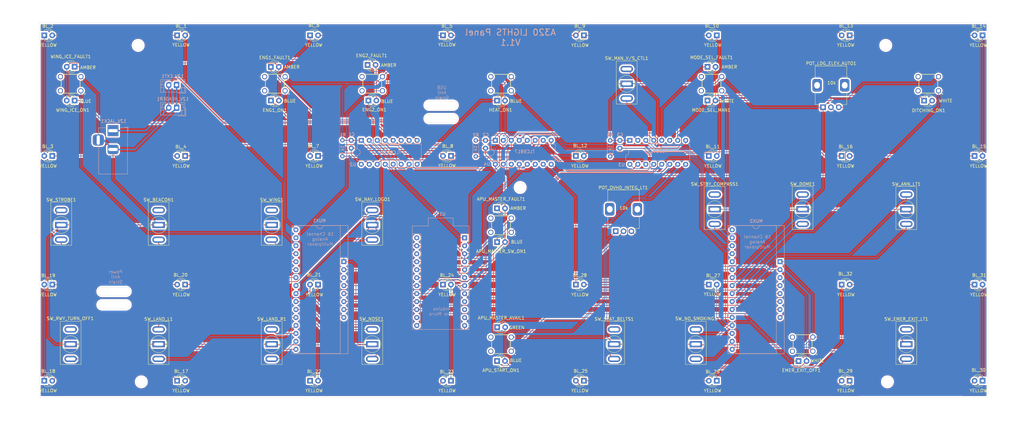
<source format=kicad_pcb>
(kicad_pcb (version 20240108) (generator "pcbnew") (generator_version "8.0")
  (title_block (title "A320 LIGHTS Panel") (date "2024-11-17") (rev "V1.1") (company "S.K."))
  (layers (0 "F.Cu" signal) (31 "B.Cu" signal) (34 "B.Paste" user) (35 "F.Paste" user) (36 "B.SilkS" user "B.Silkscreen") (37 "F.SilkS" user "F.Silkscreen") (38 "B.Mask" user) (39 "F.Mask" user) (44 "Edge.Cuts" user))
  (net 0 "")
  (net 1 "12V_IN")
  (net 2 "GND")
  (net 3 "SW_ANN_LT_TEST")
  (net 4 "SW_ANN_LT_DIM")
  (net 5 "+5V")
  (net 6 "APU_START_AVAIL")
  (net 7 "APU_MASTER_SW_FAULT")
  (net 8 "APU_MASTER_SW_ON")
  (net 9 "APU_START_ON")
  (net 10 "Net-(BL_1-K)")
  (net 11 "Net-(BL_2-K)")
  (net 12 "Net-(BL_3-K)")
  (net 13 "BACKLIGHT_1")
  (net 14 "Net-(BL_5-K)")
  (net 15 "Net-(BL_6-K)")
  (net 16 "Net-(BL_7-K)")
  (net 17 "BACKLIGHT_2")
  (net 18 "Net-(BL_10-A)")
  (net 19 "Net-(BL_10-K)")
  (net 20 "Net-(BL_11-K)")
  (net 21 "BACKLIGHT_3")
  (net 22 "Net-(BL_13-K)")
  (net 23 "Net-(BL_14-K)")
  (net 24 "Net-(BL_15-K)")
  (net 25 "BACKLIGHT_4")
  (net 26 "Net-(BL_17-K)")
  (net 27 "Net-(BL_18-K)")
  (net 28 "Net-(BL_19-K)")
  (net 29 "BACKLIGHT_5")
  (net 30 "Net-(BL_21-K)")
  (net 31 "Net-(BL_22-K)")
  (net 32 "Net-(BL_23-K)")
  (net 33 "BACKLIGHT_6")
  (net 34 "Net-(BL_25-K)")
  (net 35 "Net-(BL_26-K)")
  (net 36 "Net-(BL_27-K)")
  (net 37 "BACKLIGHT_7")
  (net 38 "Net-(BL_29-K)")
  (net 39 "Net-(BL_30-K)")
  (net 40 "Net-(BL_31-K)")
  (net 41 "BACKLIGHT_8")
  (net 42 "DITCHING_ON")
  (net 43 "SW_DOME_OFF")
  (net 44 "SW_DOME_BRT")
  (net 45 "SW_EMER_EXIT_OFF")
  (net 46 "SW_EMER_EXIT_ON")
  (net 47 "EMER_SIGNS_OFF")
  (net 48 "ENG1_FAULT")
  (net 49 "ENG1_ON")
  (net 50 "ENG2_FAULT")
  (net 51 "ENG2_ON")
  (net 52 "HEAT_ON")
  (net 53 "SW_LAND_L_RETRACT")
  (net 54 "SW_LAND_L_ON")
  (net 55 "SW_LAND_R_ON")
  (net 56 "SW_LAND_R_RETRACT")
  (net 58 "SW_MAN_VS_DN")
  (net 59 "SW_MAN_VS_UP")
  (net 60 "MODE_SEL_FAULT")
  (net 61 "MODE_SEL_MAN")
  (net 62 "BTN_APU_MASTER_SW")
  (net 64 "SW_WING")
  (net 65 "SW_STBY_COMPASS")
  (net 66 "SW_STROBE_ON")
  (net 67 "SW_NAV_LOGO_OFF")
  (net 69 "SW_STROBE_OFF")
  (net 70 "SW_NAV_LOGO_ON")
  (net 72 "BTN_APU_START")
  (net 76 "BTN_DITCHING")
  (net 78 "BTN_ENG1")
  (net 81 "SW_BEACON")
  (net 83 "BTN_ENG2")
  (net 84 "SW_NOSE_TO")
  (net 85 "SW_NOSE_OFF")
  (net 86 "SW_RWY_TURN")
  (net 88 "SW_NO_SMOKING_ON")
  (net 89 "SW_SEAT_BELTS")
  (net 91 "SW_NO_SMOKING_OFF")
  (net 93 "Net-(U2-R-EXT)")
  (net 94 "Net-(U3-R-EXT)")
  (net 95 "Net-(U4-R-EXT)")
  (net 96 "BTN_HEAT")
  (net 98 "BTN_MODE_SEL")
  (net 101 "BTN_SIGNS")
  (net 105 "BTN_WING_ICE")
  (net 107 "MUX_S3")
  (net 108 "MUX_S2")
  (net 109 "MUX1_DATA")
  (net 110 "MUX_S0")
  (net 111 "MUX_S1")
  (net 112 "MUX2_DATA")
  (net 114 "POT_LDG_ELEV_AUTO")
  (net 118 "POT_OVH_INTEG_LT")
  (net 126 "OUT_BRT_LED")
  (net 127 "WING_ON")
  (net 128 "OUT_BRT_BACK")
  (net 129 "WING_ICE_FAULT")
  (net 130 "OSH_DIN")
  (net 135 "OSH_LATCH")
  (net 136 "OSH_CLOCK")
  (net 137 "OSH_DOUT1")
  (net 138 "OSH_DOUT2")
  (footprint "SimPanel:T80-Z1" (layer "F.Cu") (at 66.5122 125.8361)
    (property "Reference" "SW_STROBE1")
    (property "Value" "SW_SPDT[ON-OFF-ON]" (hide yes))
  )
  (footprint "LED_THT:LED_D3.0mm" (layer "F.Cu") (at 145.7206 180.1955)
    (property "Reference" "BL_22")
    (property "Value" "YELLOW")
  )
  (footprint "LED_THT:LED_D3.0mm" (layer "F.Cu") (at 341.1982 90.9145)
    (property "Reference" "DITCHING_ON1")
    (property "Value" "WHITE")
  )
  (footprint "LED_THT:LED_D3.0mm" (layer "F.Cu") (at 272.6328 108.5421)
    (property "Reference" "BL_11")
    (property "Value" "YELLOW")
  )
  (footprint "LED_THT:LED_D3.0mm" (layer "F.Cu") (at 314.9369 108.5421)
    (property "Reference" "BL_16")
    (property "Value" "YELLOW")
  )
  (footprint "SimPanel:T80-Z1" (layer "F.Cu") (at 268.5122 163.8361)
    (property "Reference" "SW_NO_SMOKING1")
    (property "Value" "SW_SPDT[ON-OFF-ON]" (hide yes))
  )
  (footprint "LED_THT:LED_D3.0mm" (layer "F.Cu") (at 103.4165 180.1955)
    (property "Reference" "BL_17")
    (property "Value" "YELLOW")
  )
  (footprint "SimPanel:T80-Z1" (layer "F.Cu") (at 133.5122 163.8361)
    (property "Reference" "SW_LAND_R1")
    (property "Value" "SW_SPDT[ON-OFF-ON]" (hide yes))
  )
  (footprint "LED_THT:LED_D3.0mm" (layer "F.Cu") (at 272.6328 149.5361)
    (property "Reference" "BL_27")
    (property "Value" "YELLOW")
  )
  (footprint "LED_THT:LED_D3.0mm" (layer "F.Cu") (at 205.232 125.2553)
    (property "Reference" "APU_MASTER_FAULT1")
    (property "Value" "AMBER")
  )
  (footprint "LED_THT:LED_D3.0mm" (layer "F.Cu") (at 70.7898 80.1195 180)
    (property "Reference" "WING_ICE_FAULT1")
    (property "Value" "AMBER")
  )
  (footprint "SamacSys_Parts:B3F1000" (layer "F.Cu") (at 206.5122 168.5361)
    (property "Reference" "BTN_APU_START1" (hide yes))
    (property "Value" "B3F-1055" (hide yes))
  )
  (footprint "SimPanel:T80-Z1" (layer "F.Cu") (at 165.5122 163.8361)
    (property "Reference" "SW_NOSE1")
    (property "Value" "SW_SPDT[ON-OFF-ON]" (hide yes))
  )
  (footprint "LED_THT:LED_D3.0mm" (layer "F.Cu") (at 70.7898 90.8891 180)
    (property "Reference" "WING_ICE_ON1")
    (property "Value" "BLUE")
  )
  (footprint "LED_THT:LED_D3.0mm" (layer "F.Cu") (at 205.232 90.9145)
    (property "Reference" "HEAT_ON1")
    (property "Value" "BLUE")
  )
  (footprint "SimPanel:T80-Z1" (layer "F.Cu") (at 97.5122 163.8361)
    (property "Reference" "SW_LAND_L1")
    (property "Value" "SW_SPDT[ON-OFF-ON]" (hide yes))
  )
  (footprint "LED_THT:LED_D3.0mm" (layer "F.Cu") (at 232.8787 70.1119 180)
    (property "Reference" "BL_9")
    (property "Value" "YELLOW")
  )
  (footprint "SamacSys_Parts:B3F1000" (layer "F.Cu") (at 302.5122 168.5361)
    (property "Reference" "BTN_SIGNS1" (hide yes))
    (property "Value" "B3F-1055" (hide yes))
  )
  (footprint "LED_THT:LED_D3.0mm" (layer "F.Cu") (at 61.1124 70.1119)
    (property "Reference" "BL_2")
    (property "Value" "YELLOW")
  )
  (footprint "LED_THT:LED_D3.0mm" (layer "F.Cu") (at 164.0332 79.5353)
    (property "Reference" "ENG2_FAULT1")
    (property "Value" "AMBER")
  )
  (footprint "SimPanel:T80-Z1" (layer "F.Cu") (at 133.5122 125.8361)
    (property "Reference" "SW_WING1")
    (property "Value" "SW_SPDT[ON-OFF]" (hide yes))
  )
  (footprint "SamacSys_Parts:B3F1000" (layer "F.Cu") (at 206.5122 85.5361)
    (property "Reference" "BTN_HEAT1" (hide yes))
    (property "Value" "B3F-1055" (hide yes))
  )
  (footprint "LED_THT:LED_D3.0mm" (layer "F.Cu") (at 148.2706 149.5361 180)
    (property "Reference" "BL_21")
    (property "Value" "YELLOW")
  )
  (footprint "LED_THT:LED_D3.0mm" (layer "F.Cu") (at 188.0247 70.1119)
    (property "Reference" "BL_5")
    (property "Value" "YELLOW")
  )
  (footprint "LED_THT:LED_D3.0mm" (layer "F.Cu") (at 232.8787 180.1955 180)
    (property "Reference" "BL_25")
    (property "Value" "YELLOW")
  )
  (footprint "LED_THT:LED_D3.0mm" (layer "F.Cu") (at 190.5747 180.1955 180)
    (property "Reference" "BL_23")
    (property "Value" "YELLOW")
  )
  (footprint "LED_THT:LED_D3.0mm" (layer "F.Cu") (at 317.4869 180.1955 180)
    (property "Reference" "BL_29")
    (property "Value" "YELLOW")
  )
  (footprint "LED_THT:LED_D3.0mm" (layer "F.Cu") (at 357.241 149.5361)
    (property "Reference" "BL_31")
    (property "Value" "YELLOW")
  )
  (footprint "LED_THT:LED_D3.0mm" (layer "F.Cu") (at 314.9369 149.5361)
    (property "Reference" "BL_32")
    (property "Value" "YELLOW")
  )
  (footprint "LED_THT:LED_D3.0mm" (layer "F.Cu") (at 190.5747 108.5421 180)
    (property "Reference" "BL_8")
    (property "Value" "YELLOW")
  )
  (footprint "LED_THT:LED_D3.0mm" (layer "F.Cu") (at 230.3287 108.5421)
    (property "Reference" "BL_12")
    (property "Value" "YELLOW")
  )
  (footprint "SimPanel:T80-Z1" (layer "F.Cu") (at 242.5122 163.8361)
    (property "Reference" "SW_SEAT_BELTS1")
    (property "Value" "SW_SPDT[ON-OFF]" (hide yes))
  )
  (footprint "LED_THT:LED_D3.0mm" (layer "F.Cu") (at 275.1828 70.1119 180)
    (property "Reference" "BL_10")
    (property "Value" "YELLOW")
  )
  (footprint "LED_THT:LED_D3.0mm" (layer "F.Cu") (at 63.6624 108.5421 180)
    (property "Reference" "BL_3")
    (property "Value" "YELLOW")
  )
  (footprint "LED_THT:LED_D3.0mm" (layer "F.Cu") (at 148.2706 108.5421 180)
    (property "Reference" "BL_7")
    (property "Value" "YELLOW")
  )
  (footprint "SimPanel:T80-Z1" (layer "F.Cu") (at 335.5122 120.8361)
    (property "Reference" "SW_ANN_LT1")
    (property "Value" "SW_SPDT[ON-OFF-ON]" (hide yes))
  )
  (footprint "LED_THT:LED_D3.0mm" (layer "F.Cu") (at 357.241 108.5421)
    (property "Reference" "BL_15")
    (property "Value" "YELLOW")
  )
  (footprint "LED_THT:LED_D3.0mm" (layer "F.Cu") (at 61.1124 180.1955)
    (property "Reference" "BL_18")
    (property "Value" "YELLOW")
  )
  (footprint "SamacSys_Parts:B3F1000" (layer "F.Cu") (at 273.5122 85.5361)
    (property "Reference" "BTN_MODE_SEL1" (hide yes))
    (property "Value" "B3F-1055" (hide yes))
  )
  (footprint "SamacSys_Parts:B3F1000" (layer "F.Cu") (at 342.5122 85.5361)
    (property "Reference" "BTN_DITCHING1" (hide yes))
    (property "Value" "B3F-1055" (hide yes))
  )
  (footprint "Potentiometer_THT:Potentiometer_Alps_RK09K_Single_Vertical" (layer "F.Cu") (at 243.0122 132.5361 90)
    (property "Reference" "POT_OVHD_INTEG_LT1")
    (property "Value" "10k")
  )
  (footprint "LED_THT:LED_D3.0mm" (layer "F.Cu") (at 188.0247 149.5361)
    (property "Reference" "BL_24")
    (property "Value" "YELLOW")
  )
  (footprint "SimPanel:T80-Z1" (layer "F.Cu") (at 165.5122 125.8361)
    (property "Reference" "SW_NAV_LOGO1")
    (property "Value" "SW_SPDT[ON-OFF-ON]" (hide yes))
  )
  (footprint "LED_THT:LED_D3.0mm" (layer "F.Cu") (at 272.2118 90.8891)
    (property "Reference" "MODE_SEL_MAN1")
    (property "Value" "WHITE")
  )
  (footprint "SamacSys_Parts:B3F1000" (layer "F.Cu") (at 69.5122 85.5361)
    (property "Reference" "BTN_WING_ICE1" (hide yes))
    (property "Value" "B3F-1055" (hide yes))
  )
  (footprint "LED_THT:LED_D3.0mm" (layer "F.Cu") (at 103.4165 70.1119)
    (property "Reference" "BL_1")
    (property "Value" "YELLOW")
  )
  (footprint "SimPanel:T80-Z1" (layer "F.Cu") (at 302.5122 120.8361)
    (property "Reference" "SW_DOME1")
    (property "Value" "SW_SPDT[ON-OFF-ON]" (hide yes))
  )
  (footprint "SamacSys_Parts:B3F1000" (layer "F.Cu") (at 134.5122 85.5361)
    (property "Reference" "BTN_ENG1" (hide yes))
    (property "Value" "B3F-1055" (hide yes))
  )
  (footprint "LED_THT:LED_D3.0mm" (layer "F.Cu") (at 359.791 180.1955 180)
    (property "Reference" "BL_30")
    (property "Value" "YELLOW")
  )
  (footprint "LED_THT:LED_D3.0mm" (layer "F.Cu") (at 133.2484 90.8891)
    (property "Reference" "ENG1_ON1")
    (property "Value" "BLUE")
  )
  (footprint "LED_THT:LED_D3.0mm" (layer "F.Cu") (at 272.2372 80.1449)
    (property "Reference" "MODE_SEL_FAULT1")
    (property "Value" "AMBER")
  )
  (footprint "LED_THT:LED_D3.0mm" (layer "F.Cu") (at 164.2822 90.8891)
    (property "Reference" "ENG2_ON1")
    (property "Value" "BLUE")
  )
  (footprint "SimPanel:T80-Z1" (layer "F.Cu") (at 97.5122 125.8361)
    (property "Reference" "SW_BEACON1")
    (property "Value" "SW_SPDT[ON-OFF]" (hide yes))
  )
  (footprint "Potentiometer_THT:Potentiometer_Alps_RK09K_Single_Vertical" (layer "F.Cu") (at 309.0122 93.0361 90)
    (property "Reference" "POT_LDG_ELEV_AUTO1")
    (property "Value" "10k")
  )
  (footprint "LED_THT:LED_D3.0mm" (layer "F.Cu") (at 275.1828 180.1955 180)
    (property "Reference" "BL_26")
    (property "Value" "YELLOW")
  )
  (footprint "LED_THT:LED_D3.0mm" (layer "F.Cu") (at 230.3287 149.5361)
    (property "Reference" "BL_28")
    (property "Value" "YELLOW")
  )
  (footprint "LED_THT:LED_D3.0mm" (layer "F.Cu") (at 205.2574 135.9995)
    (property "Reference" "APU_MASTER_SW_ON1")
    (property "Value" "BLUE")
  )
  (footprint "LED_THT:LED_D3.0mm" (layer "F.Cu") (at 205.232 173.8963)
    (property "Reference" "APU_START_ON1")
    (property "Value" "BLUE")
  )
  (footprint "LED_THT:LED_D3.0mm" (layer "F.Cu") (at 133.223 80.1703)
    (property "Reference" "ENG1_FAULT1")
    (property "Value" "AMBER")
  )
  (footprint "SimPanel:T80-Z1" (layer "F.Cu") (at 69.5122 163.8361)
    (property "Reference" "SW_RWY_TURN_OFF1")
    (property "Value" "SW_SPDT[ON-OFF]" (hide yes))
  )
  (footprint "LED_THT:LED_D3.0mm" (layer "F.Cu") (at 205.2828 163.1267)
    (property "Reference" "APU_MASTER_AVAIL1")
    (property "Value" "GREEN")
  )
  (footprint "SimPanel:T80-Z1" (layer "F.Cu") (at 335.5122 163.8361)
    (property "Reference" "SW_EMER_EXIT_LT1")
    (property "Value" "SW_SPDT[ON-OFF-ON]" (hide yes))
  )
  (footprint "LED_THT:LED_D3.0mm" (layer "F.Cu") (at 145.7206 70.1119)
    (property "Reference" "BL_6")
    (property "Value" "YELLOW")
  )
  (footprint "LED_THT:LED_D3.0mm" (layer "F.Cu") (at 105.9665 149.5361 180)
    (property "Reference" "BL_20")
    (property "Value" "YELLOW")
  )
  (footprint "LED_THT:LED_D3.0mm" (layer "F.Cu") (at 63.6624 149.5361 180)
    (property "Reference" "BL_19")
    (property "Value" "YELLOW")
  )
  (footprint "SimPanel:T80-Z1" (layer "F.Cu") (at 274.5122 120.8361)
    (property "Reference" "SW_STBY_COMPASS1")
    (property "Value" "SW_SPDT[ON-OFF]" (hide yes))
  )
  (footprint "SimPanel:T80-Z1" (layer "F.Cu") (at 246.5122 80.8361)
    (property "Reference" "SW_MAN_V/S_CTL1")
    (property "Value" "SW_SPDT(ON)-OFF-(ON)" (hide yes))
  )
  (footprint "SamacSys_Parts:B3F1000" (layer "F.Cu") (at 165.5122 85.5361)
    (property "Reference" "BTN_ENG2" (hide yes))
    (property "Value" "B3F-1055" (hide yes))
  )
  (footprint "LED_THT:LED_D3.0mm" (layer "F.Cu") (at 359.791 70.1119 180)
    (property "Reference" "BL_14")
    (property "Value" "YELLOW")
  )
  (footprint "SamacSys_Parts:B3F1000" (layer "F.Cu") (at 206.5122 130.6361)
    (property "Reference" "BTN_APU_MASTER1" (hide yes))
    (property "Value" "B3F-1055" (hide yes))
  )
  (footprint "LED_THT:LED_D3.0mm" (layer "F.Cu") (at 105.9665 108.5421 180)
    (property "Reference" "BL_4")
    (property "Value" "YELLOW")
  )
  (footprint "LED_THT:LED_D3.0mm" (layer "F.Cu") (at 317.4869 70.1119 180)
    (property "Reference" "BL_13")
    (property "Value" "YELLOW")
  )
  (footprint "LED_THT:LED_D3.0mm" (layer "F.Cu") (at 301.2186 173.9217)
    (property "Reference" "EMER_EXIT_OFF1")
    (property "Value" "WHITE")
  )
  (footprint "Package_DIP:DIP-16_W7.62mm" (layer "B.Cu") (at 162.0162 103.5737 -90)
    (property "Reference" "U2")
    (property "Value" "TLC5917")
  )
  (footprint "Capacitor_THT:C_Disc_D3.0mm_W1.6mm_P2.50mm" (layer "B.Cu") (at 201.5744 106.0837 90)
    (property "Reference" "C2")
    (property "Value" "0.1uF Ceramic" (hide yes))
  )
  (footprint "Arduino:Sparkfun_Pro_Micro" (layer "B.Cu") (at 179.6796 162.5933)
    (property "Reference" "U1")
    (property "Value" "Arduino Pro Micro")
  )
  (footprint "Resistor_THT:R_Axial_DIN0204_L3.6mm_D1.6mm_P5.08mm_Horizontal" (layer "B.Cu") (at 198.4756 108.6945 90)
    (property "Reference" "R2")
    (property "Value" "1k")
  )
  (footprint "Connector_JST:JST_EH_B2B-EH-A_1x02_P2.50mm_Vertical" (layer "B.Cu") (at 103.251 93.2005 180)
    (property "Reference" "12V_HEADER1")
    (property "Value" "Pin Header 1x02" (hide yes))
  )
  (footprint "Capacitor_THT:C_Disc_D3.0mm_W1.6mm_P2.50mm" (layer "B.Cu") (at 158.8262 106.0583 90)
    (property "Reference" "C1")
    (property "Value" "0.1uF Ceramic" (hide yes))
  )
  (footprint "My:MUX74HC4067" (layer "B.Cu") (at 287.1724 151.3157)
    (property "Reference" "MUX2")
    (property "Value" "MUX74HC4067" (hide yes))
  )
  (footprint "Package_DIP:DIP-16_W7.62mm" (layer "B.Cu") (at 204.6882 103.5737 -90)
    (property "Reference" "U4")
    (property "Value" "TLC5917")
  )
  (footprint "My:MUX74HC4067" (layer "B.Cu") (at 148.3156 151.3157)
    (property "Reference" "MUX1")
    (property "Value" "MUX74HC4067" (hide yes))
  )
  (footprint "Package_DIP:DIP-16_W7.62mm" (layer "B.Cu") (at 247.5126 103.5737 -90)
    (property "Reference" "U3")
    (property "Value" "TLC5917")
  )
  (footprint "Resistor_THT:R_Axial_DIN0204_L3.6mm_D1.6mm_P5.08mm_Horizontal" (layer "B.Cu") (at 156.0068 108.6437 90)
    (property "Reference" "R1")
    (property "Value" "1k")
  )
  (footprint "Connector_JST:JST_EH_B2B-EH-A_1x02_P2.50mm_Vertical" (layer "B.Cu") (at 103.2256 85.9361 180)
    (property "Reference" "12V_EXT1")
    (property "Value" "Pin Header 1x02" (hide yes))
  )
  (footprint "Connector_BarrelJack:BarrelJack_Horizontal" (layer "B.Cu") (at 82.9995 100.4847 90)
    (property "Reference" "12V_JACK1")
    (property "Value" "Power Jack" (hide yes))
  )
  (footprint "Capacitor_THT:C_Disc_D3.0mm_W1.6mm_P2.50mm" (layer "B.Cu") (at 244.348 106.0837 90)
    (property "Reference" "C3")
    (property "Value" "0.1uF Ceramic" (hide yes))
  )
  (footprint "Resistor_THT:R_Axial_DIN0204_L3.6mm_D1.6mm_P5.08mm_Horizontal" (layer "B.Cu") (at 241.2492 108.6945 90)
    (property "Reference" "R3")
    (property "Value" "1k")
  )
  (gr_arc (start 191.26717 91.0415) (mid 192.6122 92.3865) (end 191.26717 93.73148) (stroke (width 0.05)) (layer "Edge.Cuts"))
  (gr_circle (center 92 180.5361) (end 93.6 180.5361) (stroke (width 0.05)) (fill none) (layer "Edge.Cuts"))
  (gr_line (start 79.47858 157.353) (end 87.14542 157.353) (stroke (width 0.05)) (layer "Edge.Cuts"))
  (gr_circle (center 212.598 118.5928) (end 214.198 118.5928) (stroke (width 0.05)) (fill none) (layer "Edge.Cuts"))
  (gr_line (start 183.59637 97.99989) (end 191.26321 97.99989) (stroke (width 0.05)) (layer "Edge.Cuts"))
  (gr_line (start 79.47462 154.66302) (end 87.14542 154.66302) (stroke (width 0.05)) (layer "Edge.Cuts"))
  (gr_line (start 79.48254 153.08459) (end 87.14938 153.08459) (stroke (width 0.05)) (layer "Edge.Cuts"))
  (gr_line (start 183.60033 93.73148) (end 191.26717 93.73148) (stroke (width 0.05)) (layer "Edge.Cuts"))
  (gr_arc (start 79.47858 157.35421) (mid 78.13359 156.00922) (end 79.47858 154.66423) (stroke (width 0.05)) (layer "Edge.Cuts"))
  (gr_arc (start 183.60033 93.73269) (mid 182.25531 92.3877) (end 183.60033 91.04271) (stroke (width 0.05)) (layer "Edge.Cuts"))
  (gr_arc (start 87.14938 150.39461) (mid 88.49437 151.7396) (end 87.14938 153.08459) (stroke (width 0.05)) (layer "Edge.Cuts"))
  (gr_line (start 79.47858 150.39461) (end 87.14938 150.39461) (stroke (width 0.05)) (layer "Edge.Cuts"))
  (gr_arc (start 183.59637 98.0011) (mid 182.2514 96.6561) (end 183.59637 95.31112) (stroke (width 0.05)) (layer "Edge.Cuts"))
  (gr_arc (start 87.14542 154.66302) (mid 88.49041 156.00801) (end 87.14542 157.353) (stroke (width 0.05)) (layer "Edge.Cuts"))
  (gr_arc (start 191.26321 95.30991) (mid 192.60819 96.6549) (end 191.26321 97.99989) (stroke (width 0.05)) (layer "Edge.Cuts"))
  (gr_circle (center 329.5122 180.5361) (end 331.1122 180.5361) (stroke (width 0.05)) (fill none) (layer "Edge.Cuts"))
  (gr_circle (center 328.97 73.31) (end 330.57 73.31) (stroke (width 0.05)) (fill none) (layer "Edge.Cuts"))
  (gr_arc (start 79.48254 153.0858) (mid 78.13755 151.74081) (end 79.48254 150.39582) (stroke (width 0.05)) (layer "Edge.Cuts"))
  (gr_rect (start 59.5122 66.1241) (end 361.5122 185.5361) (stroke (width 0.05)) (fill none) (layer "Edge.Cuts"))
  (gr_circle (center 91 73.31) (end 92.6 73.31) (stroke (width 0.05)) (fill none) (layer "Edge.Cuts"))
  (gr_line (start 183.59241 95.30991) (end 191.26321 95.30991) (stroke (width 0.05)) (layer "Edge.Cuts"))
  (gr_line (start 183.59637 91.0415) (end 191.26717 91.0415) (stroke (width 0.05)) (layer "Edge.Cuts"))
  (gr_text "16 Channel\nAnalog\nMultiplexer" (at 148.8948 137.2362 0) (layer "B.SilkS") (effects (font (size 1 1) (thickness 0.1)) (justify bottom mirror)))
  (gr_text "Power\nAnti\nStrain" (at 83.7946 149.3012 0) (layer "B.SilkS") (effects (font (size 1 1) (thickness 0.1)) (justify bottom mirror)))
  (gr_text "USB\nAnti\nStrain" (at 187.6806 90.551 0) (layer "B.SilkS") (effects (font (size 1 1) (thickness 0.1)) (justify bottom mirror)))
  (gr_text "${TITLE}\n${REVISION}" (at 209.5 73.55 0) (layer "B.SilkS") (effects (font (size 2 2) (thickness 0.25)) (justify bottom mirror)))
  (gr_text "16 Channel\nAnalog\nMultiplexer" (at 288.0868 138.1252 0) (layer "B.SilkS") (effects (font (size 1 1) (thickness 0.1)) (justify bottom mirror)))
  (gr_text "Arduino \nPro Micro" (at 187.2488 159.4866 0) (layer "B.SilkS") (effects (font (size 1 1) (thickness 0.1)) (justify bottom mirror)))
  (segment (start 188.6712 178.14505) (end 228.28825 178.14505) (width 0.2) (layer "F.Cu") (net 1))
  (segment (start 228.28825 178.14505) (end 230.3387 180.1955) (width 0.2) (layer "F.Cu") (net 1))
  (segment (start 184.48875 174.97165) (end 184.48875 174.92915) (width 0.2) (layer "F.Cu") (net 1))
  (segment (start 313.4308 181.7116) (end 231.8548 181.7116) (width 0.2) (layer "F.Cu") (net 1))
  (segment (start 145.7306 152.9013) (end 145.7306 149.5361) (width 0.2) (layer "F.Cu") (net 1))
  (segment (start 188.6712 178.14505) (end 108.00695 178.14505) (width 0.2) (layer "F.Cu") (net 1))
  (segment (start 230.3387 70.1119) (end 190.5647 70.1119) (width 0.2) (layer "F.Cu") (net 1))
  (segment (start 232.1246 68.326) (end 230.3387 70.1119) (width 0.2) (layer "F.Cu") (net 1))
  (segment (start 231.8548 181.7116) (end 230.3387 180.1955) (width 0.2) (layer "F.Cu") (net 1))
  (segment (start 314.9469 180.1955) (end 313.4308 181.7116) (width 0.2) (layer "F.Cu") (net 1))
  (segment (start 187.66215 178.14505) (end 184.48875 174.97165) (width 0.2) (layer "F.Cu") (net 1))
  (segment (start 184.48875 174.92915) (end 171.002 161.4424) (width 0.2) (layer "F.Cu") (net 1))
  (segment (start 108.00695 178.14505) (end 105.9565 180.1955) (width 0.2) (layer "F.Cu") (net 1))
  (segment (start 190.5647 70.1119) (end 188.9312 68.4784) (width 0.2) (layer "F.Cu") (net 1))
  (segment (start 154.2717 161.4424) (end 145.7306 152.9013) (width 0.2) (layer "F.Cu") (net 1))
  (segment (start 188.9312 68.4784) (end 107.59 68.4784) (width 0.2) (layer "F.Cu") (net 1))
  (segment (start 314.9469 70.1119) (end 313.161 68.326) (width 0.2) (layer "F.Cu") (net 1))
  (segment (start 188.6712 178.14505) (end 187.66215 178.14505) (width 0.2) (layer "F.Cu") (net 1))
  (segment (start 313.161 68.326) (end 232.1246 68.326) (width 0.2) (layer "F.Cu") (net 1))
  (segment (start 171.002 161.4424) (end 154.2717 161.4424) (width 0.2) (layer "F.Cu") (net 1))
  (segment (start 107.59 68.4784) (end 105.9565 70.1119) (width 0.2) (layer "F.Cu") (net 1))
  (segment (start 102.7576 83.9041) (end 100.7256 85.9361) (width 0.2) (layer "B.Cu") (net 1))
  (segment (start 143.4084 153.6954) (end 140.462 153.6954) (width 0.2) (layer "B.Cu") (net 1))
  (segment (start 82.9995 100.4847) (end 93.4668 100.4847) (width 0.5) (layer "B.Cu") (net 1))
  (segment (start 140.462 153.6954) (end 139.8016 153.035) (width 0.2) (layer "B.Cu") (net 1))
  (segment (start 141.9685 135.9233) (end 140.550086 135.9233) (width 0.2) (layer "B.Cu") (net 1))
  (segment (start 139.8016 153.035) (end 139.8016 146.6167) (width 0.2) (layer "B.Cu") (net 1))
  (segment (start 106.28265 85.85085) (end 105.9565 85.5247) (width 0.2) (layer "B.Cu") (net 1))
  (segment (start 142.621 145.415) (end 142.621 136.5758) (width 0.2) (layer "B.Cu") (net 1))
  (segment (start 137.3378 132.711014) (end 137.3378 116.906) (width 0.2) (layer "B.Cu") (net 1))
  (segment (start 100.7256 93.1751) (end 100.751 93.2005) (width 0.2) (layer "B.Cu") (net 1))
  (segment (start 142.621 136.5758) (end 141.9685 135.9233) (width 0.2) (layer "B.Cu") (net 1))
  (segment (start 139.8016 146.6167) (end 140.3858 146.0325) (width 0.2) (layer "B.Cu") (net 1))
  (segment (start 93.4668 100.4847) (end 100.751 93.2005) (width 0.5) (layer "B.Cu") (net 1))
  (segment (start 104.3359 83.9041) (end 102.7576 83.9041) (width 0.2) (layer "B.Cu") (net 1))
  (segment (start 105.9565 73.2869) (end 105.9565 70.1119) (width 0.2) (layer "B.Cu") (net 1))
  (segment (start 135.6157 115.1839) (end 106.28265 85.85085) (width 0.2) (layer "B.Cu") (net 1))
  (segment (start 142.0035 146.0325) (end 142.621 145.415) (width 0.2) (layer "B.Cu") (net 1))
  (segment (start 140.3858 146.0325) (end 142.0035 146.0325) (width 0.2) (layer "B.Cu") (net 1))
  (segment (start 145.7306 149.5361) (end 145.7306 151.3732) (width 0.2) (layer "B.Cu") (net 1))
  (segment (start 100.7256 85.9361) (end 100.7256 93.1751) (width 0.5) (layer "B.Cu") (net 1))
  (segment (start 105.9565 85.5247) (end 105.9565 73.2869) (width 0.2) (layer "B.Cu") (net 1))
  (segment (start 145.7306 151.3732) (end 143.4084 153.6954) (width 0.2) (layer "B.Cu") (net 1))
  (segment (start 137.3378 116.906) (end 135.6157 115.1839) (width 0.2) (layer "B.Cu") (net 1))
  (segment (start 106.28265 85.85085) (end 104.3359 83.9041) (width 0.2) (layer "B.Cu") (net 1))
  (segment (start 140.550086 135.9233) (end 137.3378 132.711014) (width 0.2) (layer "B.Cu") (net 1))
  (segment (start 276.7622 83.2861) (end 274.5122 85.5361) (width 0.2) (layer "F.Cu") (net 2))
  (segment (start 335.5122 125.5361) (end 335.63275 125.65665) (width 0.2) (layer "F.Cu") (net 2))
  (segment (start 198.4756 103.6145) (end 199.4757 103.6145) (width 0.2) (layer "F.Cu") (net 2))
  (segment (start 170.2095 81.8388) (end 208.3149 81.8388) (width 0.2) (layer "F.Cu") (net 2))
  (segment (start 333.2622 166.2861) (end 305.7622 166.2861) (width 0.2) (layer "F.Cu") (net 2))
  (segment (start 165.2975 168.7508) (end 133.7269 168.7508) (width 0.2) (layer "F.Cu") (net 2))
  (segment (start 156.0068 103.5637) (end 157.0069 103.5637) (width 0.2) (layer "F.Cu") (net 2))
  (segment (start 194.7418 139.7333) (end 192.2018 137.1933) (width 0.2) (layer "F.Cu") (net 2))
  (segment (start 302.5122 125.5361) (end 295.3258 125.5361) (width 0.2) (layer "F.Cu") (net 2))
  (segment (start 204.6882 103.5737) (end 201.5844 103.5737) (width 0.2) (layer "F.Cu") (net 2))
  (segment (start 158.8262 103.5637) (end 157.0069 103.5637) (width 0.2) (layer "F.Cu") (net 2))
  (segment (start 158.8262 103.5637) (end 158.8262 103.5583) (width 0.2) (layer "F.Cu") (net 2))
  (segment (start 168.7622 83.2861) (end 170.2095 81.8388) (width 0.2) (layer "F.Cu") (net 2))
  (segment (start 192.2018 137.1933) (end 179.6796 137.1933) (width 0.2) (layer "F.Cu") (net 2))
  (segment (start 201.7473 136.401) (end 198.415 139.7333) (width 0.2) (layer "F.Cu") (net 2))
  (segment (start 97.5122 168.5361) (end 133.5122 168.5361) (width 0.2) (layer "F.Cu") (net 2))
  (segment (start 156.469 139.5793) (end 165.5122 130.5361) (width 0.2) (layer "F.Cu") (net 2))
  (segment (start 274.5122 85.5361) (end 246.5122 85.5361) (width 0.2) (layer "F.Cu") (net 2))
  (segment (start 212.0122 85.5361) (end 209.7622 83.2861) (width 0.2) (layer "F.Cu") (net 2))
  (segment (start 338.4296 133.731) (end 338.4296 133.7389) (width 0.2) (layer "F.Cu") (net 2))
  (segment (start 198.415 139.7333) (end 194.9196 139.7333) (width 0.2) (layer "F.Cu") (net 2))
  (segment (start 337.39215 134.77635) (end 329.9206 142.2479) (width 0.2) (layer "F.Cu") (net 2))
  (segment (start 172.1694 137.1933) (end 165.5122 130.5361) (width 0.2) (layer "F.Cu") (net 2))
  (segment (start 162.0162 103.5737) (end 158.8362 103.5737) (width 0.2) (layer "F.Cu") (net 2))
  (segment (start 201.5844 103.5737) (end 201.5744 103.5837) (width 0.2) (layer "F.Cu") (net 2))
  (segment (start 268.5122 168.5361) (end 242.5122 168.5361) (width 0.2) (layer "F.Cu") (net 2))
  (segment (start 165.5122 168.5361) (end 165.2975 168.7508) (width 0.2) (layer "F.Cu") (net 2))
  (segment (start 247.5126 103.5737) (end 244.358 103.5737) (width 0.2) (layer "F.Cu") (net 2))
  (segment (start 338.4296 128.4224) (end 338.4296 133.731) (width 0.2) (layer "F.Cu") (net 2))
  (segment (start 201.5744 103.5837) (end 199.5065 103.5837) (width 0.2) (layer "F.Cu") (net 2))
  (segment (start 244.348 103.5837) (end 242.2801 103.5837) (width 0.2) (layer "F.Cu") (net 2))
  (segment (start 179.6796 137.1933) (end 172.1694 137.1933) (width 0.2) (layer "F.Cu") (net 2))
  (segment (start 302.5122 125.5361) (end 335.5122 125.5361) (width 0.2) (layer "F.Cu") (net 2))
  (segment (start 133.5122 130.5361) (end 97.5122 130.5361) (width 0.2) (layer "F.Cu") (net 2))
  (segment (start 329.9206 142.2479) (end 295.3258 142.2479) (width 0.2) (layer "F.Cu") (net 2))
  (segment (start 335.5122 168.5361) (end 333.2622 166.2861) (width 0.2) (layer "F.Cu") (net 2))
  (segment (start 335.63275 125.65665) (end 335.66385 125.65665) (width 0.2) (layer "F.Cu") (net 2))
  (segment (start 268.7269 168.7508) (end 268.5122 168.5361) (width 0.2) (layer "F.Cu") (net 2))
  (segment (start 69.5122 168.5361) (end 97.5122 168.5361) (width 0.2) (layer "F.Cu") (net 2))
  (segment (start 97.5122 130.5361) (end 66.5122 130.5361) (width 0.2) (layer "F.Cu") (net 2))
  (segment (start 199.5065 103.5837) (end 199.4757 103.6145) (width 0.2) (layer "F.Cu") (net 2))
  (segment (start 246.5122 85.5361) (end 212.0122 85.5361) (width 0.2) (layer "F.Cu") (net 2))
  (segment (start 305.7622 166.2861) (end 303.2975 168.7508) (width 0.2) (layer "F.Cu") (net 2))
  (segment (start 208.3149 81.8388) (end 209.7622 83.2861) (width 0.2) (layer "F.Cu") (net 2))
  (segment (start 338.4296 133.7389) (end 337.39215 134.77635) (width 0.2) (layer "F.Cu") (net 2))
  (segment (start 156.469 142.2479) (end 156.469 139.5793) (width 0.2) (layer "F.Cu") (net 2))
  (segment (start 158.8362 103.5737) (end 158.8262 103.5637) (width 0.2) (layer "F.Cu") (net 2))
  (segment (start 303.2975 168.7508) (end 268.7269 168.7508) (width 0.2) (layer "F.Cu") (net 2))
  (segment (start 335.66385 125.65665) (end 338.4296 128.4224) (width 0.2) (layer "F.Cu") (net 2))
  (segment (start 201.7473 136.401) (end 209.7622 128.3861) (width 0.2) (layer "F.Cu") (net 2))
  (segment (start 242.2801 103.5837) (end 242.2493 103.6145) (width 0.2) (layer "F.Cu") (net 2))
  (segment (start 295.3258 125.5361) (end 274.5122 125.5361) (width 0.2) (layer "F.Cu") (net 2))
  (segment (start 194.9196 139.7333) (end 194.7418 139.7333) (width 0.2) (layer "F.Cu") (net 2))
  (segment (start 133.7269 168.7508) (end 133.5122 168.5361) (width 0.2) (layer "F.Cu") (net 2))
  (segment (start 241.2492 103.6145) (end 242.2493 103.6145) (width 0.2) (layer "F.Cu") (net 2))
  (segment (start 244.358 103.5737) (end 244.348 103.5837) (width 0.2) (layer "F.Cu") (net 2))
  (segment (start 160.3248 167.7495) (end 161.1114 168.5361) (width 0.2) (layer "B.Cu") (net 2))
  (segment (start 305.7622 166.2861) (end 305.7622 152.6843) (width 0.2) (layer "B.Cu") (net 2))
  (segment (start 243.0122 132.5361) (end 240.1942 135.3541) (width 0.2) (layer "B.Cu") (net 2))
  (segment (start 62.3224 134.7259) (end 66.5122 130.5361) (width 0.2) (layer "B.Cu") (net 2))
  (segment (start 240.2622 166.2861) (end 242.5122 168.5361) (width 0.2) (layer "B.Cu") (net 2))
  (segment (start 82.9995 116.0234) (end 82.9995 106.4847) (width 0.2) (layer "B.Cu") (net 2))
  (segment (start 78.2995 103.4847) (end 78.2995 88.8234) (width 0.2) (layer "B.Cu") (net 2))
  (segment (start 139.8709 85.3948) (end 157.7848 85.3948) (width 0.2) (layer "B.Cu") (net 2))
  (segment (start 62.3224 166.2671) (end 62.3224 134.7259) (width 0.2) (layer "B.Cu") (net 2))
  (segment (start 162.0162 103.5737) (end 168.3258 109.8833) (width 0.2) (layer "B.Cu") (net 2))
  (segment (start 241.2492 90.7991) (end 246.5122 85.5361) (width 0.2) (layer "B.Cu") (net 2))
  (segment (start 160.3248 143.4163) (end 160.3248 167.7495) (width 0.2) (layer "B.Cu") (net 2))
  (segment (start 156.469 142.2479) (end 159.1564 142.2479) (width 0.2) (layer "B.Cu") (net 2))
  (segment (start 69.5122 168.5361) (end 64.5914 168.5361) (width 0.2) (layer "B.Cu") (net 2))
  (segment (start 309.0122 119.0361) (end 309.0122 93.0361) (width 0.2) (layer "B.Cu") (net 2))
  (segment (start 97.5122 130.5361) (end 82.9995 116.0234) (width 0.2) (layer "B.Cu") (net 2))
  (segment (start 345.7622 83.2861) (end 343.6202 85.4281) (width 0.2) (layer "B.Cu") (net 2))
  (segment (start 209.7622 166.2861) (end 240.1942 166.2861) (width 0.2) (layer "B.Cu") (net 2))
  (segment (start 157.7848 85.3948) (end 166.6535 85.3948) (width 0.2) (layer "B.Cu") (net 2))
  (segment (start 79.9995 103.4847) (end 78.2995 103.4847) (width 0.5) (layer "B.Cu") (net 2))
  (segment (start 204.6882 103.5737) (end 204.6882 102.4736) (width 0.2) (layer "B.Cu") (net 2))
  (segment (start 302.5122 125.5361) (end 309.0122 119.0361) (width 0.2) (layer "B.Cu") (net 2))
  (segment (start 312.0482 90.0001) (end 309.0122 93.0361) (width 0.2) (layer "B.Cu") (net 2))
  (segment (start 159.1564 142.2479) (end 160.3248 143.4163) (width 0.2) (layer "B.Cu") (net 2))
  (segment (start 206.5317 86.5166) (end 206.5317 100.6301) (width 0.2) (layer "B.Cu") (net 2))
  (segment (start 317.1952 90.0001) (end 312.0482 90.0001) (width 0.2) (layer "B.Cu") (net 2))
  (segment (start 156.0068 103.5637) (end 156.0068 87.1728) (width 0.2) (layer "B.Cu") (net 2))
  (segment (start 168.3258 109.8833) (end 168.3258 127.7225) (width 0.2) (layer "B.Cu") (net 2))
  (segment (start 64.5914 168.5361) (end 62.3224 166.2671) (width 0.2) (layer "B.Cu") (net 2))
  (segment (start 156.0068 87.1728) (end 157.7848 85.3948) (width 0.2) (layer "B.Cu") (net 2))
  (segment (start 194.9196 142.2733) (end 194.9196 139.7333) (width 0.2) (layer "B.Cu") (net 2))
  (segment (start 241.2492 103.6145) (end 241.2492 90.7991) (width 0.2) (layer "B.Cu") (net 2))
  (segment (start 137.7622 83.2861) (end 139.8709 85.3948) (width 0.2) (layer "B.Cu") (net 2))
  (segment (start 240.1942 135.3541) (end 240.1942 137.1933) (width 0.2) (layer "B.Cu") (net 2))
  (segment (start 343.6202 85.4281) (end 321.7672 85.4281) (width 0.2) (layer "B.Cu") (net 2))
  (segment (start 209.7622 83.2861) (end 206.5317 86.5166) (width 0.2) (layer "B.Cu") (net 2))
  (segment (start 89.9668 106.4847) (end 82.9995 106.4847) (width 0.5) (layer "B.Cu") (net 2))
  (segment (start 321.7672 85.4281) (end 317.1952 90.0001) (width 0.2) (layer "B.Cu") (net 2))
  (segment (start 304.8183 93.0361) (end 309.0122 93.0361) (width 0.2) (layer "B.Cu") (net 2))
  (segment (start 286.5122 93.0361) (end 304.8183 93.0361) (width 0.2) (layer "B.Cu") (net 2))
  (segment (start 244.348 103.5837) (end 244.1935 103.4292) (width 0.2) (layer "B.Cu") (net 2))
  (segment (start 206.5317 100.6301) (end 204.6882 102.4736) (width 0.2) (layer "B.Cu") (net 2))
  (segment (start 103.2256 85.9361) (end 103.251 85.9615) (width 0.2) (layer "B.Cu") (net 2))
  (segment (start 166.6535 85.3948) (end 168.7622 83.2861) (width 0.2) (layer "B.Cu") (net 2))
  (segment (start 276.7622 83.2861) (end 286.5122 93.0361) (width 0.2) (layer "B.Cu") (net 2))
  (segment (start 82.9995 106.4847) (end 79.9995 103.4847) (width 0.5) (layer "B.Cu") (net 2))
  (segment (start 240.1942 166.2861) (end 240.1942 137.0409) (width 0.2) (layer "B.Cu") (net 2))
  (segment (start 103.251 93.2005) (end 89.9668 106.4847) (width 0.5) (layer "B.Cu") (net 2))
  (segment (start 78.2995 88.8234) (end 72.7622 83.2861) (width 0.2) (layer "B.Cu") (net 2))
  (segment (start 168.3258 127.7225) (end 165.5122 130.5361) (width 0.2) (layer "B.Cu") (net 2))
  (segment (start 240.1942 166.2861) (end 240.2622 166.2861) (width 0.2) (layer "B.Cu") (net 2))
  (segment (start 305.7622 152.6843) (end 295.3258 142.2479) (width 0.2) (layer "B.Cu") (net 2))
  (segment (start 161.1114 168.5361) (end 165.5122 168.5361) (width 0.2) (layer "B.Cu") (net 2))
  (segment (start 103.251 85.9615) (end 103.251 93.2005) (width 0.5) (layer "B.Cu") (net 2))
  (segment (start 293.6065 143.9672) (end 293.6065 141.9256) (width 0.2) (layer "B.Cu") (net 3))
  (segment (start 326.0899 140.9585) (end 335.5122 131.5362) (width 0.2) (layer "B.Cu") (net 3))
  (segment (start 294.5736 140.9585) (end 326.0899 140.9585) (width 0.2) (layer "B.Cu") (net 3))
  (segment (start 293.6065 141.9256) (end 294.5736 140.9585) (width 0.2) (layer "B.Cu") (net 3))
  (segment (start 280.0858 157.4879) (end 293.6065 143.9672) (width 0.2) (layer "B.Cu") (net 3))
  (segment (start 335.5122 131.5362) (end 335.5122 130.2361) (width 0.2) (layer "B.Cu") (net 3))
  (segment (start 294.846315 140.1201) (end 317.5283 140.1201) (width 0.2) (layer "B.Cu") (net 4))
  (segment (start 317.5283 140.1201) (end 335.5122 122.1362) (width 0.2) (layer "B.Cu") (net 4))
  (segment (start 280.0858 154.9479) (end 280.0858 154.880615) (width 0.2) (layer "B.Cu") (net 4))
  (segment (start 280.0858 154.880615) (end 294.846315 140.1201) (width 0.2) (layer "B.Cu") (net 4))
  (segment (start 335.5122 122.1362) (end 335.5122 120.8361) (width 0.2) (layer "B.Cu") (net 4))
  (segment (start 204.6882 112.2938) (end 207.772 115.3776) (width 0.2) (layer "F.Cu") (net 5))
  (segment (start 295.3258 144.7879) (end 291.8538 144.7879) (width 0.2) (layer "F.Cu") (net 5))
  (segment (start 248.0122 132.5361) (end 259.164 143.6879) (width 0.2) (layer "F.Cu") (net 5))
  (segment (start 207.772 173.8963) (end 209.4104 175.5347) (width 0.2) (layer "F.Cu") (net 5))
  (segment (start 262.6052 106.0837) (end 263.9568 104.7321) (width 0.2) (layer "F.Cu") (net 5))
  (segment (start 263.9568 101.6841) (end 274.7518 90.8891) (width 0.2) (layer "F.Cu") (net 5))
  (segment (start 259.164 143.6879) (end 290.7538 143.6879) (width 0.2) (layer "F.Cu") (net 5))
  (segment (start 166.751 83.1675) (end 166.751 79.7131) (width 0.2) (layer "F.Cu") (net 5))
  (segment (start 68.2498 80.1195) (end 69.45 78.9193) (width 0.2) (layer "F.Cu") (net 5))
  (segment (start 166.751 84.0565) (end 166.751 83.1675) (width 0.2) (layer "F.Cu") (net 5))
  (segment (start 207.772 90.9145) (end 207.772 85.3269) (width 0.2) (layer "F.Cu") (net 5))
  (segment (start 201.5744 106.0837) (end 158.8516 106.0837) (width 0.2) (layer "F.Cu") (net 5))
  (segment (start 274.7518 90.8891) (end 311.8652 90.8891) (width 0.2) (layer "F.Cu") (net 5))
  (segment (start 69.45 78.9193) (end 134.512 78.9193) (width 0.2) (layer "F.Cu") (net 5))
  (segment (start 176.3268 142.2733) (end 179.6796 142.2733) (width 0.2) (layer "F.Cu") (net 5))
  (segment (start 207.772 115.3776) (end 207.772 125.2553) (width 0.2) (layer "F.Cu") (net 5))
  (segment (start 158.8516 106.0837) (end 158.8262 106.0583) (width 0.2) (layer "F.Cu") (net 5))
  (segment (start 166.751 79.7131) (end 166.5732 79.5353) (width 0.2) (layer "F.Cu") (net 5))
  (segment (start 167.7162 85.0217) (end 166.751 84.0565) (width 0.2) (layer "F.Cu") (net 5))
  (segment (start 207.772 85.3269) (end 207.4668 85.0217) (width 0.2) (layer "F.Cu") (net 5))
  (segment (start 291.8538 144.7879) (end 290.7538 143.6879) (width 0.2) (layer "F.Cu") (net 5))
  (segment (start 166.751 84.0565) (end 166.751 84.3105) (width 0.2) (layer "F.Cu") (net 5))
  (segment (start 184.7596 141.1732) (end 183.6595 142.2733) (width 0.2) (layer "F.Cu") (net 5))
  (segment (start 173.8122 144.7879) (end 176.3268 142.2733) (width 0.2) (layer "F.Cu") (net 5))
  (segment (start 202.6237 141.1732) (end 184.7596 141.1732) (width 0.2) (layer "F.Cu") (net 5))
  (segment (start 204.6882 111.1937) (end 204.6882 112.2938) (width 0.2) (layer "F.Cu") (net 5))
  (segment (start 207.4668 85.0217) (end 167.7162 85.0217) (width 0.2) (layer "F.Cu") (net 5))
  (segment (start 244.348 106.0837) (end 262.6052 106.0837) (width 0.2) (layer "F.Cu") (net 5))
  (segment (start 207.7974 135.9995) (end 202.6237 141.1732) (width 0.2) (layer "F.Cu") (net 5))
  (segment (start 138.2093 77.724) (end 164.7619 77.724) (width 0.2) (layer "F.Cu") (net 5))
  (segment (start 166.751 84.3105) (end 166.8222 84.3817) (width 0.2) (layer "F.Cu") (net 5))
  (segment (start 135.763 80.1703) (end 138.2093 77.724) (width 0.2) (layer "F.Cu") (net 5))
  (segment (start 183.6595 142.2733) (end 179.6796 142.2733) (width 0.2) (layer "F.Cu") (net 5))
  (segment (start 209.4104 175.5347) (end 302.1456 175.5347) (width 0.2) (layer "F.Cu") (net 5))
  (segment (start 263.9568 104.7321) (end 263.9568 101.6841) (width 0.2) (layer "F.Cu") (net 5))
  (segment (start 302.1456 175.5347) (end 303.7586 173.9217) (width 0.2) (layer "F.Cu") (net 5))
  (segment (start 311.8652 90.8891) (end 314.0122 93.0361) (width 0.2) (layer "F.Cu") (net 5))
  (segment (start 156.469 144.7879) (end 173.8122 144.7879) (width 0.2) (layer "F.Cu") (net 5))
  (segment (start 164.7619 77.724) (end 166.5732 79.5353) (width 0.2) (layer "F.Cu") (net 5))
  (segment (start 341.6166 93.0361) (end 314.0122 93.0361) (width 0.2) (layer "F.Cu") (net 5))
  (segment (start 166.8222 84.3817) (end 166.8222 90.8891) (width 0.2) (layer "F.Cu") (net 5))
  (segment (start 134.512 78.9193) (end 135.763 80.1703) (width 0.2) (layer "F.Cu") (net 5))
  (segment (start 343.7382 90.9145) (end 341.6166 93.0361) (width 0.2) (layer "F.Cu") (net 5))
  (segment (start 274.7772 90.8637) (end 274.7518 90.8891) (width 0.2) (layer "B.Cu") (net 5))
  (segment (start 158.8262 106.0583) (end 158.8262 108.0037) (width 0.2) (layer "B.Cu") (net 5))
  (segment (start 227.2142 106.0837) (end 244.348 106.0837) (width 0.2) (layer "B.Cu") (net 5))
  (segment (start 158.8262 108.0037) (end 162.0162 111.1937) (width 0.2) (layer "B.Cu") (net 5))
  (segment (start 207.772 164.331) (end 207.8228 164.2802) (width 0.2) (layer "B.Cu") (net 5))
  (segment (start 206.0448 104.775) (end 206.0448 102.235) (width 0.2) (layer "B.Cu") (net 5))
  (segment (start 204.2417 164.331) (end 207.772 164.331) (width 0.2) (layer "B.Cu") (net 5))
  (segment (start 295.3258 144.7879) (end 303.7586 153.2207) (width 0.2) (layer "B.Cu") (net 5))
  (segment (start 201.5744 108.0799) (end 204.6882 111.1937) (width 0.2) (layer "B.Cu") (net 5))
  (segment (start 207.8228 164.2802) (end 207.8228 163.1267) (width 0.2) (layer "B.Cu") (net 5))
  (segment (start 201.5744 106.0837) (end 201.5744 108.0799) (width 0.2) (layer "B.Cu") (net 5))
  (segment (start 207.772 125.2553) (end 207.7974 125.2807) (width 0.2) (layer "B.Cu") (net 5))
  (segment (start 207.772 164.331) (end 207.772 173.8963) (width 0.2) (layer "B.Cu") (net 5))
  (segment (start 303.7586 153.2207) (end 303.7586 173.9217) (width 0.2) (layer "B.Cu") (net 5))
  (segment (start 135.7884 90.8891) (end 135.7884 80.1957) (width 0.2) (layer "B.Cu") (net 5))
  (segment (start 207.7974 125.2807) (end 207.7974 135.9995) (width 0.2) (layer "B.Cu") (net 5))
  (segment (start 204.0826 164.1719) (end 204.2417 164.331) (width 0.2) (layer "B.Cu") (net 5))
  (segment (start 251.8972 106.0837) (end 244.348 106.0837) (width 0.2) (layer "B.Cu") (net 5))
  (segment (start 247.5126 132.0365) (end 248.0122 132.5361) (width 0.2) (layer "B.Cu") (net 5))
  (segment (start 253.8984 108.0849) (end 251.8972 106.0837) (width 0.2) (layer "B.Cu") (net 5))
  (segment (start 203.3778 106.0837) (end 204.7361 106.0837) (width 0.2) (layer "B.Cu") (net 5))
  (segment (start 253.3142 112.5728) (end 253.8984 111.9886) (width 0.2) (layer "B.Cu") (net 5))
  (segment (start 207.772 101.3639) (end 209.9056 101.3639) (width 0.2) (layer "B.Cu") (net 5))
  (segment (start 207.772 101.3206) (end 207.772 101.3639) (width 0.2) (layer "B.Cu") (net 5))
  (segment (start 209.9056 101.3639) (end 222.4944 101.3639) (width 0.2) (layer "B.Cu") (net 5))
  (segment (start 135.7884 80.1957) (end 135.763 80.1703) (width 0.2) (layer "B.Cu") (net 5))
  (segment (start 206.9159 101.3639) (end 206.0448 102.235) (width 0.2) (layer "B.Cu") (net 5))
  (segment (start 253.8984 111.9886) (end 253.8984 108.0849) (width 0.2) (layer "B.Cu") (net 5))
  (segment (start 68.2498 90.8891) (end 68.2498 80.1195) (width 0.2) (layer "B.Cu") (net 5))
  (segment (start 247.5126 111.1937) (end 248.8917 112.5728) (width 0.2) (layer "B.Cu") (net 5))
  (segment (start 274.7772 80.1449) (end 274.7772 90.8637) (width 0.2) (layer "B.Cu") (net 5))
  (segment (start 248.8917 112.5728) (end 253.3142 112.5728) (width 0.2) (layer "B.Cu") (net 5))
  (segment (start 204.7361 106.0837) (end 206.0448 104.775) (width 0.2) (layer "B.Cu") (net 5))
  (segment (start 209.9056 101.3639) (end 206.9159 101.3639) (width 0.2) (layer "B.Cu") (net 5))
  (segment (start 222.4944 101.3639) (end 227.2142 106.0837) (width 0.2) (layer "B.Cu") (net 5))
  (segment (start 203.3778 106.0837) (end 201.5744 106.0837) (width 0.2) (layer "B.Cu") (net 5))
  (segment (start 207.7974 135.9995) (end 204.0826 139.7143) (width 0.2) (layer "B.Cu") (net 5))
  (segment (start 207.772 90.9145) (end 207.772 101.3206) (width 0.2) (layer "B.Cu") (net 5))
  (segment (start 204.0826 139.7143) (end 204.0826 164.1719) (width 0.2) (layer "B.Cu") (net 5))
  (segment (start 248.793 121.8009) (end 252.1454 121.8009) (width 0.2) (layer "B.Cu") (net 6))
  (segment (start 262.7526 111.1937) (end 252.806 121.1403) (width 0.2) (layer "B.Cu") (net 6))
  (segment (start 239.3182 131.2757) (end 248.793 121.8009) (width 0.2) (layer "B.Cu") (net 6))
  (segment (start 205.2828 163.1267) (end 207.645 160.7645) (width 0.2) (layer "B.Cu") (net 6))
  (segment (start 232.199914 160.7645) (end 239.3182 153.646214) (width 0.2) (layer "B.Cu") (net 6))
  (segment (start 252.1454 121.8009) (end 252.806 121.1403) (width 0.2) (layer "B.Cu") (net 6))
  (segment (start 252.806 121.1403) (end 252.0882 121.8581) (width 0.2) (layer "B.Cu") (net 6))
  (segment (start 239.3182 153.646214) (end 239.3182 131.2757) (width 0.2) (layer "B.Cu") (net 6))
  (segment (start 207.645 160.7645) (end 232.199914 160.7645) (width 0.2) (layer "B.Cu") (net 6))
  (segment (start 206.8068 126.8301) (end 205.232 125.2553) (width 0.2) (layer "F.Cu") (net 7))
  (segment (start 226.6696 113.9587) (end 225.532414 113.9587) (width 0.2) (layer "F.Cu") (net 7))
  (segment (start 226.6696 113.9587) (end 254.864085 113.9587) (width 0.2) (layer "F.Cu") (net 7))
  (segment (start 254.864085 113.9587) (end 254.864086 113.9587) (width 0.2) (layer "F.Cu") (net 7))
  (segment (start 254.864086 113.9587) (end 254.871786 113.951) (width 0.2) (layer "F.Cu") (net 7))
  (segment (start 212.661014 126.8301) (end 206.8068 126.8301) (width 0.2) (layer "F.Cu") (net 7))
  (segment (start 257.6726 111.1937) (end 254.9153 113.951) (width 0.2) (layer "F.Cu") (net 7))
  (segment (start 225.532414 113.9587) (end 212.661014 126.8301) (width 0.2) (layer "F.Cu") (net 7))
  (segment (start 257.0476 114.3587) (end 260.2126 111.1937) (width 0.2) (layer "F.Cu") (net 8))
  (segment (start 205.2574 134.7994) (end 225.6981 114.3587) (width 0.2) (layer "F.Cu") (net 8))
  (segment (start 225.6981 114.3587) (end 257.0476 114.3587) (width 0.2) (layer "F.Cu") (net 8))
  (segment (start 205.2574 135.9995) (end 205.2574 134.7994) (width 0.2) (layer "F.Cu") (net 8))
  (segment (start 208.172 165.4366) (end 208.2546 165.5192) (width 0.2) (layer "B.Cu") (net 9))
  (segment (start 265.2926 111.1937) (end 254.2282 122.2581) (width 0.2) (layer "B.Cu") (net 9))
  (segment (start 248.92 122.2581) (end 239.7182 131.4599) (width 0.2) (layer "B.Cu") (net 9))
  (segment (start 209.37615 172.97795) (end 209.37615 174.51945) (width 0.2) (layer "B.Cu") (net 9))
  (segment (start 254.2282 122.2581) (end 248.92 122.2581) (width 0.2) (layer "B.Cu") (net 9))
  (segment (start 239.7182 153.8119) (end 229.1916 164.3385) (width 0.2) (layer "B.Cu") (net 9))
  (segment (start 239.7182 131.4599) (end 239.7182 153.8119) (width 0.2) (layer "B.Cu") (net 9))
  (segment (start 206.6973 175.3616) (end 205.232 173.8963) (width 0.2) (layer "B.Cu") (net 9))
  (segment (start 208.534 175.3616) (end 206.6973 175.3616) (width 0.2) (layer "B.Cu") (net 9))
  (segment (start 229.1916 164.3385) (end 209.2701 164.3385) (width 0.2) (layer "B.Cu") (net 9))
  (segment (start 209.2701 164.3385) (end 208.172 165.4366) (width 0.2) (layer "B.Cu") (net 9))
  (segment (start 208.2546 171.8564) (end 209.37615 172.97795) (width 0.2) (layer "B.Cu") (net 9))
  (segment (start 209.37615 174.51945) (end 208.534 175.3616) (width 0.2) (layer "B.Cu") (net 9))
  (segment (start 208.2546 165.5192) (end 208.2546 171.8564) (width 0.2) (layer "B.Cu") (net 9))
  (segment (start 103.4165 70.1119) (end 63.6524 70.1119) (width 0.2) (layer "F.Cu") (net 10))
  (segment (start 61.1224 108.5421) (end 61.1124 108.5321) (width 0.2) (layer "F.Cu") (net 11))
  (segment (start 61.1124 108.5321) (end 61.1224 108.5421) (width 0.2) (layer "B.Cu") (net 11))
  (segment (start 61.1124 70.1119) (end 61.1124 108.5321) (width 0.2) (layer "B.Cu") (net 11))
  (segment (start 63.6624 108.5421) (end 103.4265 108.5421) (width 0.2) (layer "F.Cu") (net 12))
  (segment (start 214.8482 103.5737) (end 213.2993 105.1226) (width 0.2) (layer "F.Cu") (net 13))
  (segment (start 205.4098 101.9635) (end 192.659 101.9635) (width 0.2) (layer "F.Cu") (net 13))
  (segment (start 110.7586 104.9501) (end 107.1666 108.5421) (width 0.2) (layer "F.Cu") (net 13))
  (segment (start 160.908 104.9501) (end 110.7586 104.9501) (width 0.2) (layer "F.Cu") (net 13))
  (segment (start 206.8417 105.1226) (end 206.0194 104.3003) (width 0.2) (layer "F.Cu") (net 13))
  (segment (start 189.4999 105.1226) (end 161.0805 105.1226) (width 0.2) (layer "F.Cu") (net 13))
  (segment (start 206.0194 104.3003) (end 206.0194 102.5731) (width 0.2) (layer "F.Cu") (net 13))
  (segment (start 107.1666 108.5421) (end 105.9665 108.5421) (width 0.2) (layer "F.Cu") (net 13))
  (segment (start 213.2993 105.1226) (end 206.8417 105.1226) (width 0.2) (layer "F.Cu") (net 13))
  (segment (start 206.0194 102.5731) (end 205.4098 101.9635) (width 0.2) (layer "F.Cu") (net 13))
  (segment (start 192.659 101.9635) (end 189.4999 105.1226) (width 0.2) (layer "F.Cu") (net 13))
  (segment (start 161.0805 105.1226) (end 160.908 104.9501) (width 0.2) (layer "F.Cu") (net 13))
  (segment (start 148.2606 70.1119) (end 188.0247 70.1119) (width 0.2) (layer "F.Cu") (net 14))
  (segment (start 145.7306 108.5421) (end 145.7306 93.1045) (width 0.2) (layer "B.Cu") (net 15))
  (segment (start 145.7206 72.567) (end 145.7206 70.1119) (width 0.2) (layer "B.Cu") (net 15))
  (segment (start 145.7306 93.1045) (end 136.3218 83.6957) (width 0.2) (layer "B.Cu") (net 15))
  (segment (start 136.3218 81.9658) (end 145.7206 72.567) (width 0.2) (layer "B.Cu") (net 15))
  (segment (start 136.3218 83.6957) (end 136.3218 81.9658) (width 0.2) (layer "B.Cu") (net 15))
  (segment (start 148.2706 108.5421) (end 149.4707 108.5421) (width 0.2) (layer "F.Cu") (net 16))
  (segment (start 187.1259 107.6333) (end 188.0347 108.5421) (width 0.2) (layer "F.Cu") (net 16))
  (segment (start 149.4707 108.5421) (end 150.3795 107.6333) (width 0.2) (layer "F.Cu") (net 16))
  (segment (start 150.3795 107.6333) (end 187.1259 107.6333) (width 0.2) (layer "F.Cu") (net 16))
  (segment (start 190.5747 108.5421) (end 191.7748 108.5421) (width 0.2) (layer "F.Cu") (net 17))
  (segment (start 191.7748 108.5421) (end 193.1331 107.1838) (width 0.2) (layer "F.Cu") (net 17))
  (segment (start 213.7781 107.1838) (end 217.3882 103.5737) (width 0.2) (layer "F.Cu") (net 17))
  (segment (start 193.1331 107.1838) (end 213.7781 107.1838) (width 0.2) (layer "F.Cu") (net 17))
  (segment (start 272.6428 70.1119) (end 232.8787 70.1119) (width 0.2) (layer "F.Cu") (net 18))
  (segment (start 275.1828 71.312) (end 275.997 72.1262) (width 0.2) (layer "B.Cu") (net 19))
  (segment (start 275.6065 81.3756) (end 275.6065 89.4521) (width 0.2) (layer "B.Cu") (net 19))
  (segment (start 275.1828 70.1119) (end 275.1828 71.312) (width 0.2) (layer "B.Cu") (net 19))
  (segment (start 275.6065 89.4521) (end 275.9627 89.8083) (width 0.2) (layer "B.Cu") (net 19))
  (segment (start 275.9627 107.7522) (end 275.1728 108.5421) (width 0.2) (layer "B.Cu") (net 19))
  (segment (start 275.9627 89.8083) (end 275.9627 107.7522) (width 0.2) (layer "B.Cu") (net 19))
  (segment (start 275.997 80.9851) (end 275.6065 81.3756) (width 0.2) (layer "B.Cu") (net 19))
  (segment (start 275.997 72.1262) (end 275.997 80.9851) (width 0.2) (layer "B.Cu") (net 19))
  (segment (start 271.7852 107.6945) (end 233.7163 107.6945) (width 0.2) (layer "F.Cu") (net 20))
  (segment (start 272.6328 108.5421) (end 271.7852 107.6945) (width 0.2) (layer "F.Cu") (net 20))
  (segment (start 233.7229 107.6879) (end 232.8687 108.5421) (width 0.2) (layer "F.Cu") (net 20))
  (segment (start 233.7163 107.6945) (end 232.8687 108.5421) (width 0.2) (layer "F.Cu") (net 20))
  (segment (start 224.8966 108.5421) (end 219.9282 103.5737) (width 0.2) (layer "B.Cu") (net 21))
  (segment (start 230.3287 108.5421) (end 224.8966 108.5421) (width 0.2) (layer "B.Cu") (net 21))
  (segment (start 317.4869 70.1119) (end 357.251 70.1119) (width 0.2) (layer "F.Cu") (net 22))
  (segment (start 359.791 70.1119) (end 359.791 71.312) (width 0.2) (layer "B.Cu") (net 23))
  (segment (start 359.781 71.322) (end 359.781 108.5421) (width 0.2) (layer "B.Cu") (net 23))
  (segment (start 359.791 71.312) (end 359.781 71.322) (width 0.2) (layer "B.Cu") (net 23))
  (segment (start 317.4769 108.5421) (end 357.241 108.5421) (width 0.2) (layer "F.Cu") (net 24))
  (segment (start 222.4682 105.2805) (end 224.4275 107.2398) (width 0.2) (layer "F.Cu") (net 25))
  (segment (start 228.5492 107.2398) (end 308.2544 107.2398) (width 0.2) (layer "F.Cu") (net 25))
  (segment (start 308.2544 107.2398) (end 309.5567 108.5421) (width 0.2) (layer "F.Cu") (net 25))
  (segment (start 224.4275 107.2398) (end 228.5492 107.2398) (width 0.2) (layer "F.Cu") (net 25))
  (segment (start 222.4682 103.5737) (end 222.4682 105.2805) (width 0.2) (layer "F.Cu") (net 25))
  (segment (start 309.5567 108.5421) (end 314.9369 108.5421) (width 0.2) (layer "F.Cu") (net 25))
  (segment (start 103.4165 180.1955) (end 99.8018 176.5808) (width 0.2) (layer "F.Cu") (net 26))
  (segment (start 67.2671 176.5808) (end 63.6524 180.1955) (width 0.2) (layer "F.Cu") (net 26))
  (segment (start 99.8018 176.5808) (end 67.2671 176.5808) (width 0.2) (layer "F.Cu") (net 26))
  (segment (start 61.1124 149.5461) (end 61.1124 180.1955) (width 0.2) (layer "B.Cu") (net 27))
  (segment (start 61.1224 149.5361) (end 61.1124 149.5461) (width 0.2) (layer "B.Cu") (net 27))
  (segment (start 63.6624 149.5361) (end 103.4265 149.5361) (width 0.2) (layer "F.Cu") (net 28))
  (segment (start 162.3314 127.8969) (end 184.8802 127.8969) (width 0.2) (layer "F.Cu") (net 29))
  (segment (start 213.748 112.2939) (end 214.8482 111.1937) (width 0.2) (layer "F.Cu") (net 29))
  (segment (start 202.7056 110.0715) (end 205.1372 110.0715) (width 0.2) (layer "F.Cu") (net 29))
  (segment (start 206.731 112.2939) (end 213.748 112.2939) (width 0.2) (layer "F.Cu") (net 29))
  (segment (start 108.1048 148.5979) (end 141.6304 148.5979) (width 0.2) (layer "F.Cu") (net 29))
  (segment (start 205.9582 111.5211) (end 206.731 112.2939) (width 0.2) (layer "F.Cu") (net 29))
  (segment (start 184.8802 127.8969) (end 202.7056 110.0715) (width 0.2) (layer "F.Cu") (net 29))
  (segment (start 205.1372 110.0715) (end 205.9582 110.8925) (width 0.2) (layer "F.Cu") (net 29))
  (segment (start 205.9582 110.8925) (end 205.9582 111.5211) (width 0.2) (layer "F.Cu") (net 29))
  (segment (start 105.9665 149.5361) (end 107.1666 149.5361) (width 0.2) (layer "F.Cu") (net 29))
  (segment (start 107.1666 149.5361) (end 108.1048 148.5979) (width 0.2) (layer "F.Cu") (net 29))
  (segment (start 141.6304 148.5979) (end 162.3314 127.8969) (width 0.2) (layer "F.Cu") (net 29))
  (segment (start 148.2706 149.5361) (end 148.2706 180.1855) (width 0.2) (layer "B.Cu") (net 30))
  (segment (start 148.2706 180.1855) (end 148.2606 180.1955) (width 0.2) (layer "B.Cu") (net 30))
  (segment (start 186.3662 181.864) (end 186.2328 181.864) (width 0.2) (layer "F.Cu") (net 31))
  (segment (start 147.5415 182.0164) (end 145.7206 180.1955) (width 0.2) (layer "F.Cu") (net 31))
  (segment (start 186.0804 182.0164) (end 147.5415 182.0164) (width 0.2) (layer "F.Cu") (net 31))
  (segment (start 188.0347 180.1955) (end 186.3662 181.864) (width 0.2) (layer "F.Cu") (net 31))
  (segment (start 186.2328 181.864) (end 186.0804 182.0164) (width 0.2) (layer "F.Cu") (net 31))
  (segment (start 190.5747 178.9954) (end 190.5647 178.9854) (width 0.2) (layer "B.Cu") (net 32))
  (segment (start 190.5747 180.1955) (end 190.5747 178.9954) (width 0.2) (layer "B.Cu") (net 32))
  (segment (start 190.5647 178.9854) (end 190.5647 149.5361) (width 0.2) (layer "B.Cu") (net 32))
  (segment (start 194.4755 151.2395) (end 196.0039 151.2395) (width 0.2) (layer "B.Cu") (net 33))
  (segment (start 196.0039 151.2395) (end 201.7998 145.4436) (width 0.2) (layer "B.Cu") (net 33))
  (segment (start 213.1822 113.1649) (end 215.417 113.1649) (width 0.2) (layer "B.Cu") (net 33))
  (segment (start 201.7998 124.5473) (end 213.1822 113.1649) (width 0.2) (layer "B.Cu") (net 33))
  (segment (start 215.417 113.1649) (end 217.3882 111.1937) (width 0.2) (layer "B.Cu") (net 33))
  (segment (start 191.572 148.336) (end 194.4755 151.2395) (width 0.2) (layer "B.Cu") (net 33))
  (segment (start 188.0247 149.5361) (end 189.2248 148.336) (width 0.2) (layer "B.Cu") (net 33))
  (segment (start 189.2248 148.336) (end 191.572 148.336) (width 0.2) (layer "B.Cu") (net 33))
  (segment (start 201.7998 145.4436) (end 201.7998 124.5473) (width 0.2) (layer "B.Cu") (net 33))
  (segment (start 272.6428 180.1955) (end 232.8787 180.1955) (width 0.2) (layer "F.Cu") (net 34))
  (segment (start 275.1728 159.9917) (end 275.1728 149.5361) (width 0.2) (layer "B.Cu") (net 35))
  (segment (start 280.8478 163.8125) (end 278.9936 163.8125) (width 0.2) (layer "B.Cu") (net 35))
  (segment (start 281.7114 171.5008) (end 281.7114 164.6761) (width 0.2) (layer "B.Cu") (net 35))
  (segment (start 278.9936 163.8125) (end 275.1728 159.9917) (width 0.2) (layer "B.Cu") (net 35))
  (segment (start 275.1828 178.0294) (end 281.7114 171.5008) (width 0.2) (layer "B.Cu") (net 35))
  (segment (start 275.1828 180.1955) (end 275.1828 178.0294) (width 0.2) (layer "B.Cu") (net 35))
  (segment (start 281.7114 164.6761) (end 280.8478 163.8125) (width 0.2) (layer "B.Cu") (net 35))
  (segment (start 232.8687 149.5361) (end 272.6328 149.5361) (width 0.2) (layer "F.Cu") (net 36))
  (segment (start 230.3287 121.5942) (end 219.9282 111.1937) (width 0.2) (layer "B.Cu") (net 37))
  (segment (start 230.3287 149.5361) (end 230.3287 121.5942) (width 0.2) (layer "B.Cu") (net 37))
  (segment (start 317.4869 180.8865) (end 317.4869 180.1955) (width 0.2) (layer "F.Cu") (net 38))
  (segment (start 353.1187 184.3278) (end 320.9282 184.3278) (width 0.2) (layer "F.Cu") (net 38))
  (segment (start 357.251 180.1955) (end 353.1187 184.3278) (width 0.2) (layer "F.Cu") (net 38))
  (segment (start 320.9282 184.3278) (end 317.4869 180.8865) (width 0.2) (layer "F.Cu") (net 38))
  (segment (start 359.791 180.1955) (end 359.791 178.9954) (width 0.2) (layer "B.Cu") (net 39))
  (segment (start 359.791 178.9954) (end 359.781 178.9854) (width 0.2) (layer "B.Cu") (net 39))
  (segment (start 359.781 178.9854) (end 359.781 149.5361) (width 0.2) (layer "B.Cu") (net 39))
  (segment (start 317.4769 149.5361) (end 357.241 149.5361) (width 0.2) (layer "F.Cu") (net 40))
  (segment (start 277.9268 139.214686) (end 270.1479 131.435786) (width 0.2) (layer "B.Cu") (net 41))
  (segment (start 277.9268 160.4343) (end 277.9268 139.214686) (width 0.2) (layer "B.Cu") (net 41))
  (segment (start 277.9522 160.4343) (end 277.9268 160.4343) (width 0.2) (layer "B.Cu") (net 41))
  (segment (start 259.1126 112.3957) (end 258.045 113.4633) (width 0.2) (layer "B.Cu") (net 41))
  (segment (start 314.9369 167.9504) (end 307.3987 175.4886) (width 0.2) (layer "B.Cu") (net 41))
  (segment (start 258.045 113.4633) (end 224.7378 113.4633) (width 0.2) (layer "B.Cu") (net 41))
  (segment (start 285.936314 161.4503) (end 278.9682 161.4503) (width 0.2) (layer "B.Cu") (net 41))
  (segment (start 270.1479 112.544058) (end 266.857142 109.2533) (width 0.2) (layer "B.Cu") (net 41))
  (segment (start 270.1479 131.435786) (end 270.1479 112.544058) (width 0.2) (layer "B.Cu") (net 41))
  (segment (start 259.1126 110.4399) (end 259.1126 112.3957) (width 0.2) (layer "B.Cu") (net 41))
  (segment (start 307.3987 175.4886) (end 299.974614 175.4886) (width 0.2) (layer "B.Cu") (net 41))
  (segment (start 314.9369 149.5361) (end 314.9369 167.9504) (width 0.2) (layer "B.Cu") (net 41))
  (segment (start 266.857142 109.2533) (end 260.2992 109.2533) (width 0.2) (layer "B.Cu") (net 41))
  (segment (start 299.974614 175.4886) (end 285.936314 161.4503) (width 0.2) (layer "B.Cu") (net 41))
  (segment (start 278.9682 161.4503) (end 277.9522 160.4343) (width 0.2) (layer "B.Cu") (net 41))
  (segment (start 260.2992 109.2533) (end 259.1126 110.4399) (width 0.2) (layer "B.Cu") (net 41))
  (segment (start 224.7378 113.4633) (end 222.4682 111.1937) (width 0.2) (layer "B.Cu") (net 41))
  (segment (start 270.3068 89.2381) (end 339.5218 89.2381) (width 0.2) (layer "F.Cu") (net 42))
  (segment (start 339.5218 89.2381) (end 341.1982 90.9145) (width 0.2) (layer "F.Cu") (net 42))
  (segment (start 262.7526 96.7923) (end 270.3068 89.2381) (width 0.2) (layer "F.Cu") (net 42))
  (segment (start 262.7526 103.5737) (end 262.7526 96.7923) (width 0.2) (layer "F.Cu") (net 42))
  (segment (start 299.1129 124.2354) (end 302.5122 120.8361) (width 0.2) (layer "B.Cu") (net 43))
  (segment (start 299.1129 128.3008) (end 299.1129 124.2354) (width 0.2) (layer "B.Cu") (net 43))
  (segment (start 280.0858 147.3279) (end 299.1129 128.3008) (width 0.2) (layer "B.Cu") (net 43))
  (segment (start 280.0858 149.8679) (end 299.7176 130.2361) (width 0.2) (layer "B.Cu") (net 44))
  (segment (start 299.7176 130.2361) (end 302.5122 130.2361) (width 0.2) (layer "B.Cu") (net 44))
  (segment (start 306.0128 175.9347) (end 197.8216 175.9347) (width 0.2) (layer "F.Cu") (net 45))
  (segment (start 335.5122 163.8361) (end 337.615 163.8361) (width 0.2) (layer "F.Cu") (net 45))
  (segment (start 311.277 170.6705) (end 306.0128 175.9347) (width 0.2) (layer "F.Cu") (net 45))
  (segment (start 338.5312 170.7213) (end 338.4804 170.6705) (width 0.2) (layer "F.Cu") (net 45))
  (segment (start 337.615 163.8361) (end 339.2932 165.5143) (width 0.2) (layer "F.Cu") (net 45))
  (segment (start 197.8216 175.9347) (end 196.3674 174.4805) (width 0.2) (layer "F.Cu") (net 45))
  (segment (start 196.3674 174.4805) (end 196.3674 161.5011) (width 0.2) (layer "F.Cu") (net 45))
  (segment (start 339.2932 169.9593) (end 338.5312 170.7213) (width 0.2) (layer "F.Cu") (net 45))
  (segment (start 196.3674 161.5011) (end 194.9196 160.0533) (width 0.2) (layer "F.Cu") (net 45))
  (segment (start 339.2932 165.5143) (end 339.2932 169.9593) (width 0.2) (layer "F.Cu") (net 45))
  (segment (start 338.4804 170.6705) (end 311.277 170.6705) (width 0.2) (layer "F.Cu") (net 45))
  (segment (start 334.3515 163.8361) (end 335.5122 163.8361) (width 0.2) (layer "B.Cu") (net 45))
  (segment (start 232.791 176.3347) (end 199.8472 176.3347) (width 0.2) (layer "F.Cu") (net 46))
  (segment (start 335.5122 173.2361) (end 332.4136 176.3347) (width 0.2) (layer "F.Cu") (net 46))
  (segment (start 199.8472 176.3347) (end 198.7042 176.3347) (width 0.2) (layer "F.Cu") (net 46))
  (segment (start 194.9196 162.5933) (end 194.9196 175.3695) (width 0.2) (layer "F.Cu") (net 46))
  (segment (start 194.9196 175.3695) (end 195.8848 176.3347) (width 0.2) (layer "F.Cu") (net 46))
  (segment (start 195.8848 176.3347) (end 199.8472 176.3347) (width 0.2) (layer "F.Cu") (net 46))
  (segment (start 332.4136 176.3347) (end 232.791 176.3347) (width 0.2) (layer "F.Cu") (net 46))
  (segment (start 198.7042 176.3347) (end 195.9102 176.3347) (width 0.2) (layer "F.Cu") (net 46))
  (segment (start 335.5122 173.2361) (end 333.94 173.2361) (width 0.2) (layer "B.Cu") (net 46))
  (segment (start 279.3317 158.7579) (end 283.8096 158.7579) (width 0.2) (layer "B.Cu") (net 47))
  (segment (start 278.6126 144.0688) (end 278.6126 158.0388) (width 0.2) (layer "B.Cu") (net 47))
  (segment (start 277.9712 131.8529) (end 279.5445 133.4262) (width 0.2) (layer "B.Cu") (net 47))
  (segment (start 265.2926 105.426015) (end 277.9712 118.104615) (width 0.2) (layer "B.Cu") (net 47))
  (segment (start 279.2143 143.4671) (end 278.6126 144.0688) (width 0.2) (layer "B.Cu") (net 47))
  (segment (start 277.9712 118.104615) (end 277.9712 131.8529) (width 0.2) (layer "B.Cu") (net 47))
  (segment (start 281.9908 142.5194) (end 281.0431 143.4671) (width 0.2) (layer "B.Cu") (net 47))
  (segment (start 281.0431 143.4671) (end 279.2143 143.4671) (width 0.2) (layer "B.Cu") (net 47))
  (segment (start 278.6126 158.0388) (end 279.3317 158.7579) (width 0.2) (layer "B.Cu") (net 47))
  (segment (start 280.8983 133.4262) (end 281.9908 134.5187) (width 0.2) (layer "B.Cu") (net 47))
  (segment (start 298.9734 173.9217) (end 301.2186 173.9217) (width 0.2) (layer "B.Cu") (net 47))
  (segment (start 283.8096 158.7579) (end 298.9734 173.9217) (width 0.2) (layer "B.Cu") (net 47))
  (segment (start 265.2926 103.5737) (end 265.2926 105.426015) (width 0.2) (layer "B.Cu") (net 47))
  (segment (start 281.9908 134.5187) (end 281.9908 142.5194) (width 0.2) (layer "B.Cu") (net 47))
  (segment (start 279.5445 133.4262) (end 280.8983 133.4262) (width 0.2) (layer "B.Cu") (net 47))
  (segment (start 173.0981 96.8756) (end 148.7282 96.8756) (width 0.2) (layer "F.Cu") (net 48))
  (segment (start 179.7962 103.5737) (end 173.0981 96.8756) (width 0.2) (layer "F.Cu") (net 48))
  (segment (start 148.7282 96.8756) (end 133.223 81.3704) (width 0.2) (layer "F.Cu") (net 48))
  (segment (start 133.223 81.3704) (end 133.223 80.1703) (width 0.2) (layer "F.Cu") (net 48))
  (segment (start 171.0335 97.351) (end 177.2562 103.5737) (width 0.2) (layer "F.Cu") (net 49))
  (segment (start 133.2484 90.8891) (end 139.7103 97.351) (width 0.2) (layer "F.Cu") (net 49))
  (segment (start 139.7103 97.351) (end 171.0335 97.351) (width 0.2) (layer "F.Cu") (net 49))
  (segment (start 168.3766 104.5718) (end 168.3766 90.5002) (width 0.2) (layer "B.Cu") (net 50))
  (segment (start 174.7162 111.1937) (end 174.7162 110.9114) (width 0.2) (layer "B.Cu") (net 50))
  (segment (start 174.7162 110.9114) (end 168.3766 104.5718) (width 0.2) (layer "B.Cu") (net 50))
  (segment (start 169.4688 81.6864) (end 166.1843 81.6864) (width 0.2) (layer "B.Cu") (net 50))
  (segment (start 170.3832 82.6008) (end 169.4688 81.6864) (width 0.2) (layer "B.Cu") (net 50))
  (segment (start 166.1843 81.6864) (end 164.0332 79.5353) (width 0.2) (layer "B.Cu") (net 50))
  (segment (start 170.3832 88.4936) (end 170.3832 82.6008) (width 0.2) (layer "B.Cu") (net 50))
  (segment (start 168.3766 90.5002) (end 170.3832 88.4936) (width 0.2) (layer "B.Cu") (net 50))
  (segment (start 173.99 112.5982) (end 173.4462 112.0544) (width 0.2) (layer "B.Cu") (net 51))
  (segment (start 165.8108 96.9597) (end 164.2822 95.4311) (width 0.2) (layer "B.Cu") (net 51))
  (segment (start 170.996786 109.4486) (end 165.8108 104.262614) (width 0.2) (layer "B.Cu") (net 51))
  (segment (start 177.2562 111.1937) (end 175.8517 112.5982) (width 0.2) (layer "B.Cu") (net 51))
  (segment (start 173.4462 112.0544) (end 173.4462 110.5812) (width 0.2) (layer "B.Cu") (net 51))
  (segment (start 175.8517 112.5982) (end 173.99 112.5982) (width 0.2) (layer "B.Cu") (net 51))
  (segment (start 164.2822 95.4311) (end 164.2822 90.8891) (width 0.2) (layer "B.Cu") (net 51))
  (segment (start 173.4462 110.5812) (end 172.3136 109.4486) (width 0.2) (layer "B.Cu") (net 51))
  (segment (start 165.8108 104.262614) (end 165.8108 96.9597) (width 0.2) (layer "B.Cu") (net 51))
  (segment (start 172.3136 109.4486) (end 170.996786 109.4486) (width 0.2) (layer "B.Cu") (net 51))
  (segment (start 200.0754 90.9145) (end 179.7962 111.1937) (width 0.2) (layer "B.Cu") (net 52))
  (segment (start 205.232 90.9145) (end 200.0754 90.9145) (width 0.2) (layer "B.Cu") (net 52))
  (segment (start 97.5122 163.8361) (end 97.5122 162.536) (width 0.2) (layer "F.Cu") (net 53))
  (segment (start 141.229 160.0279) (end 100.0203 160.0279) (width 0.2) (layer "F.Cu") (net 53))
  (segment (start 100.0203 160.0279) (end 97.5122 162.536) (width 0.2) (layer "F.Cu") (net 53))
  (segment (start 141.229 162.5679) (end 137.7063 166.0906) (width 0.2) (layer "B.Cu") (net 54))
  (segment (start 107.01 173.2361) (end 97.5122 173.2361) (width 0.2) (layer "B.Cu") (net 54))
  (segment (start 114.1555 166.0906) (end 107.01 173.2361) (width 0.2) (layer "B.Cu") (net 54))
  (segment (start 137.7063 166.0906) (end 114.1555 166.0906) (width 0.2) (layer "B.Cu") (net 54))
  (segment (start 133.5122 173.2361) (end 135.6408 173.2361) (width 0.2) (layer "B.Cu") (net 55))
  (segment (start 135.6408 173.2361) (end 141.229 167.6479) (width 0.2) (layer "B.Cu") (net 55))
  (segment (start 141.229 165.1079) (end 134.784 165.1079) (width 0.2) (layer "F.Cu") (net 56))
  (segment (start 134.784 165.1079) (end 133.5122 163.8361) (width 0.2) (layer "F.Cu") (net 56))
  (segment (start 277.5712 132.1133) (end 277.5712 118.270302) (width 0.2) (layer "B.Cu") (net 58))
  (segment (start 257.7338 105.96905) (end 256.4026 104.63785) (width 0.2) (layer "B.Cu") (net 58))
  (segment (start 277.5712 118.270302) (end 276.148799 116.847901) (width 0.2) (layer "B.Cu") (net 58))
  (segment (start 256.4026 104.63785) (end 256.4026 90.7265) (width 0.2) (layer "B.Cu") (net 58))
  (segment (start 256.4026 90.7265) (end 246.5122 80.8361) (width 0.2) (layer "B.Cu") (net 58))
  (segment (start 280.0858 134.6279) (end 277.5712 132.1133) (width 0.2) (layer "B.Cu") (net 58))
  (segment (start 265.269949 105.96905) (end 257.7338 105.96905) (width 0.2) (layer "B.Cu") (net 58))
  (segment (start 276.148799 116.847901) (end 265.269949 105.96905) (width 0.2) (layer "B.Cu") (net 58))
  (segment (start 277.011386 137.1679) (end 270.9672 131.123714) (width 0.2) (layer "B.Cu") (net 59))
  (segment (start 270.9672 131.123714) (end 270.9672 112.231986) (width 0.2) (layer "B.Cu") (net 59))
  (segment (start 246.5122 91.5362) (end 246.5122 90.2361) (width 0.2) (layer "B.Cu") (net 59))
  (segment (start 280.0858 137.1679) (end 277.011386 137.1679) (width 0.2) (layer "B.Cu") (net 59))
  (segment (start 253.8626 98.8866) (end 246.5122 91.5362) (width 0.2) (layer "B.Cu") (net 59))
  (segment (start 255.730643 106.386543) (end 253.8626 104.5185) (width 0.2) (layer "B.Cu") (net 59))
  (segment (start 253.8626 104.5185) (end 253.8626 98.8866) (width 0.2) (layer "B.Cu") (net 59))
  (segment (start 265.121757 106.386543) (end 255.730643 106.386543) (width 0.2) (layer "B.Cu") (net 59))
  (segment (start 270.9672 112.231986) (end 265.121757 106.386543) (width 0.2) (layer "B.Cu") (net 59))
  (segment (start 272.2372 80.1449) (end 271.0371 80.1449) (width 0.2) (layer "B.Cu") (net 60))
  (segment (start 257.6726 93.5094) (end 271.0371 80.1449) (width 0.2) (layer "B.Cu") (net 60))
  (segment (start 257.6726 103.5737) (end 257.6726 93.5094) (width 0.2) (layer "B.Cu") (net 60))
  (segment (start 272.2118 91.5745) (end 272.2118 90.8891) (width 0.2) (layer "B.Cu") (net 61))
  (segment (start 260.2126 103.5737) (end 272.2118 91.5745) (width 0.2) (layer "B.Cu") (net 61))
  (segment (start 211.8891 130.7592) (end 209.7622 132.8861) (width 0.2) (layer "F.Cu") (net 62))
  (segment (start 280.0858 144.7879) (end 257.6909 144.7879) (width 0.2) (layer "F.Cu") (net 62))
  (segment (start 246.7622 133.8592) (end 246.7622 131.5478) (width 0.2) (layer "F.Cu") (net 62))
  (segment (start 246.7622 131.5478) (end 245.9736 130.7592) (width 0.2) (layer "F.Cu") (net 62))
  (segment (start 257.6909 144.7879) (end 246.7622 133.8592) (width 0.2) (layer "F.Cu") (net 62))
  (segment (start 245.9736 130.7592) (end 211.8891 130.7592) (width 0.2) (layer "F.Cu") (net 62))
  (segment (start 137.984 139.7079) (end 133.5122 135.2361) (width 0.2) (layer "F.Cu") (net 64))
  (segment (start 141.229 139.7079) (end 137.984 139.7079) (width 0.2) (layer "F.Cu") (net 64))
  (segment (start 278.8373 135.8613) (end 274.5122 131.5362) (width 0.2) (layer "B.Cu") (net 65))
  (segment (start 281.5082 140.8255) (end 281.5082 136.7107) (width 0.2) (layer "B.Cu") (net 65))
  (segment (start 280.0858 142.2479) (end 281.5082 140.8255) (width 0.2) (layer "B.Cu") (net 65))
  (segment (start 280.6588 135.8613) (end 278.8373 135.8613) (width 0.2) (layer "B.Cu") (net 65))
  (segment (start 274.5122 131.5362) (end 274.5122 130.2361) (width 0.2) (layer "B.Cu") (net 65))
  (segment (start 281.5082 136.7107) (end 280.6588 135.8613) (width 0.2) (layer "B.Cu") (net 65))
  (segment (start 66.5122 135.2361) (end 66.5122 136.5362) (width 0.2) (layer "F.Cu") (net 66))
  (segment (start 77.3039 147.3279) (end 66.5122 136.5362) (width 0.2) (layer "F.Cu") (net 66))
  (segment (start 141.229 147.3279) (end 77.3039 147.3279) (width 0.2) (layer "F.Cu") (net 66))
  (segment (start 141.229 149.8679) (end 165.2608 125.8361) (width 0.2) (layer "B.Cu") (net 67))
  (segment (start 165.2608 125.8361) (end 165.5122 125.8361) (width 0.2) (layer "B.Cu") (net 67))
  (segment (start 63.3984 132.0879) (end 64.6176 133.3071) (width 0.2) (layer "F.Cu") (net 69))
  (segment (start 69.6214 133.3071) (end 81.1022 144.7879) (width 0.2) (layer "F.Cu") (net 69))
  (segment (start 81.1022 144.7879) (end 141.229 144.7879) (width 0.2) (layer "F.Cu") (net 69))
  (segment (start 63.3984 128.5319) (end 63.3984 132.0879) (width 0.2) (layer "F.Cu") (net 69))
  (segment (start 64.6176 133.3071) (end 69.6214 133.3071) (width 0.2) (layer "F.Cu") (net 69))
  (segment (start 66.5122 125.8361) (end 66.0942 125.8361) (width 0.2) (layer "F.Cu") (net 69))
  (segment (start 66.0942 125.8361) (end 63.3984 128.5319) (width 0.2) (layer "F.Cu") (net 69))
  (segment (start 142.657321 150.912321) (end 141.229 152.340643) (width 0.2) (layer "B.Cu") (net 70))
  (segment (start 156.426486 135.2361) (end 142.668993 148.993593) (width 0.2) (layer "B.Cu") (net 70))
  (segment (start 142.668993 150.900649) (end 142.657321 150.912321) (width 0.2) (layer "B.Cu") (net 70))
  (segment (start 142.668993 148.993593) (end 142.668993 150.900649) (width 0.2) (layer "B.Cu") (net 70))
  (segment (start 165.5122 135.2361) (end 156.426486 135.2361) (width 0.2) (layer "B.Cu") (net 70))
  (segment (start 141.229 152.340643) (end 141.229 152.4079) (width 0.2) (layer "B.Cu") (net 70))
  (segment (start 280.0858 160.0279) (end 220.5204 160.0279) (width 0.2) (layer "F.Cu") (net 72))
  (segment (start 220.5204 160.0279) (end 209.7622 170.7861) (width 0.2) (layer "F.Cu") (net 72))
  (segment (start 345.7622 92.8115) (end 305.9778 132.5959) (width 0.2) (layer "B.Cu") (net 76))
  (segment (start 299.8978 132.5959) (end 280.0858 152.4079) (width 0.2) (layer "B.Cu") (net 76))
  (segment (start 345.7622 87.7861) (end 345.7622 92.8115) (width 0.2) (layer "B.Cu") (net 76))
  (segment (start 305.9778 132.5959) (end 299.8978 132.5959) (width 0.2) (layer "B.Cu") (net 76))
  (segment (start 141.229 132.0879) (end 137.7622 128.6211) (width 0.2) (layer "B.Cu") (net 78))
  (segment (start 137.7622 128.6211) (end 137.7622 87.7861) (width 0.2) (layer "B.Cu") (net 78))
  (segment (start 141.229 142.2479) (end 103.2239 142.2479) (width 0.2) (layer "F.Cu") (net 81))
  (segment (start 97.5122 135.2361) (end 97.5122 136.5362) (width 0.2) (layer "F.Cu") (net 81))
  (segment (start 103.2239 142.2479) (end 97.5122 136.5362) (width 0.2) (layer "F.Cu") (net 81))
  (segment (start 157.4038 94.9198) (end 157.4038 118.4531) (width 0.2) (layer "B.Cu") (net 83))
  (segment (start 164.5375 87.7861) (end 157.4038 94.9198) (width 0.2) (layer "B.Cu") (net 83))
  (segment (start 168.7622 87.7861) (end 164.5375 87.7861) (width 0.2) (layer "B.Cu") (net 83))
  (segment (start 157.4038 118.4531) (end 141.229 134.6279) (width 0.2) (layer "B.Cu") (net 83))
  (segment (start 143.7542 154.9479) (end 141.229 154.9479) (width 0.2) (layer "F.Cu") (net 84))
  (segment (start 167.6069 162.2983) (end 151.1046 162.2983) (width 0.2) (layer "F.Cu") (net 84))
  (segment (start 151.1046 162.2983) (end 143.7542 154.9479) (width 0.2) (layer "F.Cu") (net 84))
  (segment (start 168.3258 163.0172) (end 167.6069 162.2983) (width 0.2) (layer "F.Cu") (net 84))
  (segment (start 168.3258 170.4225) (end 168.3258 163.0172) (width 0.2) (layer "F.Cu") (net 84))
  (segment (start 165.5122 173.2361) (end 168.3258 170.4225) (width 0.2) (layer "F.Cu") (net 84))
  (segment (start 165.5122 163.8361) (end 149.5806 163.8361) (width 0.2) (layer "F.Cu") (net 85))
  (segment (start 149.5806 163.8361) (end 143.2324 157.4879) (width 0.2) (layer "F.Cu") (net 85))
  (segment (start 143.2324 157.4879) (end 141.229 157.4879) (width 0.2) (layer "F.Cu") (net 85))
  (segment (start 141.229 170.1879) (end 78.1558 170.1879) (width 0.2) (layer "F.Cu") (net 86))
  (segment (start 78.1558 170.1879) (end 75.1076 173.2361) (width 0.2) (layer "F.Cu") (net 86))
  (segment (start 75.1076 173.2361) (end 69.5122 173.2361) (width 0.2) (layer "F.Cu") (net 86))
  (segment (start 268.5122 173.2361) (end 274.4976 173.2361) (width 0.2) (layer "B.Cu") (net 88))
  (segment (start 274.4976 173.2361) (end 280.0858 167.6479) (width 0.2) (layer "B.Cu") (net 88))
  (segment (start 239.7252 167.4622) (end 240.2908 166.8966) (width 0.2) (layer "F.Cu") (net 89))
  (segment (start 274.657 166.8966) (end 278.9857 162.5679) (width 0.2) (layer "F.Cu") (net 89))
  (segment (start 242.5122 173.2361) (end 239.7252 170.4491) (width 0.2) (layer "F.Cu") (net 89))
  (segment (start 278.9857 162.5679) (end 280.0858 162.5679) (width 0.2) (layer "F.Cu") (net 89))
  (segment (start 239.7252 170.4491) (end 239.7252 167.4622) (width 0.2) (layer "F.Cu") (net 89))
  (segment (start 240.2908 166.8966) (end 274.657 166.8966) (width 0.2) (layer "F.Cu") (net 89))
  (segment (start 280.0858 165.1079) (end 269.784 165.1079) (width 0.2) (layer "B.Cu") (net 91))
  (segment (start 269.784 165.1079) (end 268.5122 163.8361) (width 0.2) (layer "B.Cu") (net 91))
  (segment (start 162.0062 108.6437) (end 164.5562 111.1937) (width 0.2) (layer "F.Cu") (net 93))
  (segment (start 156.0068 108.6437) (end 162.0062 108.6437) (width 0.2) (layer "F.Cu") (net 93))
  (segment (start 228.046486 112.751) (end 223.989986 108.6945) (width 0.2) (layer "F.Cu") (net 94))
  (segment (start 248.4953 112.751) (end 228.046486 112.751) (width 0.2) (layer "F.Cu") (net 94))
  (segment (start 250.0526 111.1937) (end 248.6084 112.6379) (width 0.2) (layer "F.Cu") (net 94))
  (segment (start 250.0526 111.1937) (end 248.4953 112.751) (width 0.2) (layer "F.Cu") (net 94))
  (segment (start 223.989986 108.6945) (end 198.4756 108.6945) (width 0.2) (layer "F.Cu") (net 94))
  (segment (start 228.473 113.551) (end 227.715114 113.551) (width 0.2) (layer "F.Cu") (net 95))
  (segment (start 208.9274 109.4945) (end 207.2282 111.1937) (width 0.2) (layer "F.Cu") (net 95))
  (segment (start 254.7061 113.551) (end 256.3114 111.9457) (width 0.2) (layer "F.Cu") (net 95))
  (segment (start 241.681 108.2627) (end 241.2492 108.6945) (width 0.2) (layer "F.Cu") (net 95))
  (segment (start 228.473 113.551) (end 254.7061 113.551) (width 0.2) (layer "F.Cu") (net 95))
  (segment (start 256.3114 111.9457) (end 256.3114 109.2279) (width 0.2) (layer "F.Cu") (net 95))
  (segment (start 227.715114 113.551) (end 223.658614 109.4945) (width 0.2) (layer "F.Cu") (net 95))
  (segment (start 256.3114 109.2279) (end 255.3462 108.2627) (width 0.2) (layer "F.Cu") (net 95))
  (segment (start 223.658614 109.4945) (end 208.9274 109.4945) (width 0.2) (layer "F.Cu") (net 95))
  (segment (start 255.3462 108.2627) (end 241.681 108.2627) (width 0.2) (layer "F.Cu") (net 95))
  (segment (start 278.9857 139.7079) (end 270.5479 131.2701) (width 0.2) (layer "B.Cu") (net 96))
  (segment (start 255.165443 106.786543) (end 253.2809 104.902) (width 0.2) (layer "B.Cu") (net 96))
  (segment (start 270.5479 112.416972) (end 270.5672 112.397672) (width 0.2) (layer "B.Cu") (net 96))
  (segment (start 253.2809 104.902) (end 226.8781 104.902) (width 0.2) (layer "B.Cu") (net 96))
  (segment (start 270.5672 112.397672) (end 264.956071 106.786543) (width 0.2) (layer "B.Cu") (net 96))
  (segment (start 264.956071 106.786543) (end 255.165443 106.786543) (width 0.2) (layer "B.Cu") (net 96))
  (segment (start 226.8781 104.902) (end 209.7622 87.7861) (width 0.2) (layer "B.Cu") (net 96))
  (segment (start 270.5479 131.2701) (end 270.5479 112.416972) (width 0.2) (layer "B.Cu") (net 96))
  (segment (start 280.0858 139.7079) (end 278.9857 139.7079) (width 0.2) (layer "B.Cu") (net 96))
  (segment (start 280.0858 132.0879) (end 279.8905 132.0879) (width 0.2) (layer "B.Cu") (net 98))
  (segment (start 279.8905 132.0879) (end 278.3712 130.5686) (width 0.2) (layer "B.Cu") (net 98))
  (segment (start 278.3712 89.3951) (end 276.7622 87.7861) (width 0.2) (layer "B.Cu") (net 98))
  (segment (start 278.3712 130.5686) (end 278.3712 89.3951) (width 0.2) (layer "B.Cu") (net 98))
  (segment (start 280.0858 170.1879) (end 280.7541 169.5196) (width 0.2) (layer "F.Cu") (net 101))
  (segment (start 304.4957 169.5196) (end 305.7622 170.7861) (width 0.2) (layer "F.Cu") (net 101))
  (segment (start 280.7541 169.5196) (end 304.4957 169.5196) (width 0.2) (layer "F.Cu") (net 101))
  (segment (start 141.229 137.1679) (end 137.1317 133.0706) (width 0.2) (layer "B.Cu") (net 105))
  (segment (start 93.9292 133.0706) (end 72.7622 111.9036) (width 0.2) (layer "B.Cu") (net 105))
  (segment (start 72.7622 111.9036) (end 72.7622 87.7861) (width 0.2) (layer "B.Cu") (net 105))
  (segment (start 137.1317 133.0706) (end 93.9292 133.0706) (width 0.2) (layer "B.Cu") (net 105))
  (segment (start 293.1604 157.4879) (end 292.48175 158.16655) (width 0.2) (layer "F.Cu") (net 107))
  (segment (start 295.3258 157.4879) (end 293.1604 157.4879) (width 0.2) (layer "F.Cu") (net 107))
  (segment (start 178.5541 157.4879) (end 178.5795 157.5133) (width 0.2) (layer "F.Cu") (net 107))
  (segment (start 292.48175 158.16655) (end 292.45485 158.16655) (width 0.2) (layer "F.Cu") (net 107))
  (segment (start 156.469 157.4879) (end 178.5541 157.4879) (width 0.2) (layer "F.Cu") (net 107))
  (segment (start 291.8206 158.8008) (end 183.6405 158.8008) (width 0.2) (layer "F.Cu") (net 107))
  (segment (start 292.45485 158.16655) (end 291.8206 158.8008) (width 0.2) (layer "F.Cu") (net 107))
  (segment (start 182.353 157.5133) (end 179.6796 157.5133) (width 0.2) (layer "F.Cu") (net 107))
  (segment (start 183.6405 158.8008) (end 182.353 157.5133) (width 0.2) (layer "F.Cu") (net 107))
  (segment (start 179.6796 157.5133) (end 178.5795 157.5133) (width 0.2) (layer "F.Cu") (net 107))
  (segment (start 178.5541 154.9479) (end 178.5795 154.9733) (width 0.2) (layer "F.Cu") (net 108))
  (segment (start 183.4642 156.1339) (end 182.3036 154.9733) (width 0.2) (layer "F.Cu") (net 108))
  (segment (start 292.0238 156.1339) (end 183.4642 156.1339) (width 0.2) (layer "F.Cu") (net 108))
  (segment (start 293.2098 154.9479) (end 295.3258 154.9479) (width 0.2) (layer "F.Cu") (net 108))
  (segment (start 182.3036 154.9733) (end 179.6796 154.9733) (width 0.2) (layer "F.Cu") (net 108))
  (segment (start 156.469 154.9479) (end 178.5541 154.9479) (width 0.2) (layer "F.Cu") (net 108))
  (segment (start 179.6796 154.9733) (end 178.5795 154.9733) (width 0.2) (layer "F.Cu") (net 108))
  (segment (start 292.0238 156.1339) (end 293.2098 154.9479) (width 0.2) (layer "F.Cu") (net 108))
  (segment (start 192.7985 149.8933) (end 194.9196 149.8933) (width 0.2) (layer "F.Cu") (net 109))
  (segment (start 191.511 151.1808) (end 192.7985 149.8933) (width 0.2) (layer "F.Cu") (net 109))
  (segment (start 154.9146 158.4735) (end 154.9146 151.7396) (width 0.2) (layer "F.Cu") (net 109))
  (segment (start 156.469 160.0279) (end 154.9146 158.4735) (width 0.2) (layer "F.Cu") (net 109))
  (segment (start 154.9146 151.7396) (end 155.4734 151.1808) (width 0.2) (layer "F.Cu") (net 109))
  (segment (start 155.4734 151.1808) (end 191.511 151.1808) (width 0.2) (layer "F.Cu") (net 109))
  (segment (start 295.3258 149.8679) (end 293.7589 149.8679) (width 0.2) (layer "F.Cu") (net 110))
  (segment (start 276.3012 148.0312) (end 196.3397 148.0312) (width 0.2) (layer "F.Cu") (net 110))
  (segment (start 196.3397 148.0312) (end 195.8848 148.4861) (width 0.2) (layer "F.Cu") (net 110))
  (segment (start 182.1608 149.8933) (end 179.6796 149.8933) (width 0.2) (layer "F.Cu") (net 110))
  (segment (start 193.9521 148.4861) (end 193.548 148.082) (width 0.2) (layer "F.Cu") (net 110))
  (segment (start 179.6796 149.8933) (end 178.5795 149.8933) (width 0.2) (layer "F.Cu") (net 110))
  (segment (start 156.469 149.8679) (end 178.5541 149.8679) (width 0.2) (layer "F.Cu") (net 110))
  (segment (start 276.8346 148.5646) (end 276.3012 148.0312) (width 0.2) (layer "F.Cu") (net 110))
  (segment (start 178.5541 149.8679) (end 178.5795 149.8933) (width 0.2) (layer "F.Cu") (net 110))
  (segment (start 193.548 148.082) (end 183.9721 148.082) (width 0.2) (layer "F.Cu") (net 110))
  (segment (start 293.7589 149.8679) (end 292.4556 148.5646) (width 0.2) (layer "F.Cu") (net 110))
  (segment (start 195.8848 148.4861) (end 193.9521 148.4861) (width 0.2) (layer "F.Cu") (net 110))
  (segment (start 183.9721 148.082) (end 182.1608 149.8933) (width 0.2) (layer "F.Cu") (net 110))
  (segment (start 292.4556 148.5646) (end 276.8346 148.5646) (width 0.2) (layer "F.Cu") (net 110))
  (segment (start 192.3605 152.4333) (end 193.4972 151.2966) (width 0.2) (layer "F.Cu") (net 111))
  (segment (start 292.0492 151.2966) (end 293.1605 152.4079) (width 0.2) (layer "F.Cu") (net 111))
  (segment (start 179.6796 152.4333) (end 192.3605 152.4333) (width 0.2) (layer "F.Cu") (net 111))
  (segment (start 292.0492 151.2966) (end 193.4972 151.2966) (width 0.2) (layer "F.Cu") (net 111))
  (segment (start 178.5541 152.4079) (end 178.5795 152.4333) (width 0.2) (layer "F.Cu") (net 111))
  (segment (start 293.1605 152.4079) (end 295.3258 152.4079) (width 0.2) (layer "F.Cu") (net 111))
  (segment (start 179.6796 152.4333) (end 178.5795 152.4333) (width 0.2) (layer "F.Cu") (net 111))
  (segment (start 156.469 152.4079) (end 178.5541 152.4079) (width 0.2) (layer "F.Cu") (net 111))
  (segment (start 295.3258 160.0279) (end 296.799 158.5547) (width 0.2) (layer "F.Cu") (net 112))
  (segment (start 196.1563 153.67) (end 203.9541 153.67) (width 0.2) (layer "F.Cu") (net 112))
  (segment (start 296.0195 153.6779) (end 203.962 153.6779) (width 0.2) (layer "F.Cu") (net 112))
  (segment (start 203.9541 153.67) (end 203.962 153.6779) (width 0.2) (layer "F.Cu") (net 112))
  (segment (start 194.9196 152.4333) (end 196.1563 153.67) (width 0.2) (layer "F.Cu") (net 112))
  (segment (start 296.799 158.5547) (end 296.799 154.4574) (width 0.2) (layer "F.Cu") (net 112))
  (segment (start 296.799 154.4574) (end 296.0195 153.6779) (width 0.2) (layer "F.Cu") (net 112))
  (segment (start 208.6064 134.8103) (end 208.6064 132.016086) (width 0.2) (layer "F.Cu") (net 114))
  (segment (start 179.6796 144.8133) (end 182.8213 144.8133) (width 0.2) (layer "F.Cu") (net 114))
  (segment (start 316.1371 110.1029) (end 316.1371 97.661) (width 0.2) (layer "F.Cu") (net 114))
  (segment (start 225.863786 114.7587) (end 311.4813 114.7587) (width 0.2) (layer "F.Cu") (net 114))
  (segment (start 183.9214 143.7132) (end 201.8303 143.7132) (width 0.2) (layer "F.Cu") (net 114))
  (segment (start 209.0047 135.2086) (end 208.6064 134.8103) (width 0.2) (layer "F.Cu") (net 114))
  (segment (start 316.1371 97.661) (end 311.5122 93.0361) (width 0.2) (layer "F.Cu") (net 114))
  (segment (start 182.8213 144.8133) (end 183.9214 143.7132) (width 0.2) (layer "F.Cu") (net 114))
  (segment (start 208.6064 132.016086) (end 225.863786 114.7587) (width 0.2) (layer "F.Cu") (net 114))
  (segment (start 201.8303 143.7132) (end 209.0047 136.5388) (width 0.2) (layer "F.Cu") (net 114))
  (segment (start 311.4813 114.7587) (end 316.1371 110.1029) (width 0.2) (layer "F.Cu") (net 114))
  (segment (start 209.0047 136.5388) (end 209.0047 135.2086) (width 0.2) (layer "F.Cu") (net 114))
  (segment (start 232.1347 145.9136) (end 183.8198 145.9136) (width 0.2) (layer "F.Cu") (net 118))
  (segment (start 183.8198 145.9136) (end 182.3801 147.3533) (width 0.2) (layer "F.Cu") (net 118))
  (segment (start 245.5122 132.5361) (end 232.1347 145.9136) (width 0.2) (layer "F.Cu") (net 118))
  (segment (start 182.3801 147.3533) (end 179.6796 147.3533) (width 0.2) (layer "F.Cu") (net 118))
  (segment (start 202.3941 109.0945) (end 199.1868 112.3018) (width 0.2) (layer "F.Cu") (net 126))
  (segment (start 227.8808 113.151) (end 223.8243 109.0945) (width 0.2) (layer "F.Cu") (net 126))
  (segment (start 199.1868 112.3018) (end 170.7443 112.3018) (width 0.2) (layer "F.Cu") (net 126))
  (segment (start 255.1326 111.1937) (end 253.1753 113.151) (width 0.2) (layer "F.Cu") (net 126))
  (segment (start 170.7443 112.3018) (end 169.6362 111.1937) (width 0.2) (layer "F.Cu") (net 126))
  (segment (start 253.1753 113.151) (end 227.8808 113.151) (width 0.2) (layer "F.Cu") (net 126))
  (segment (start 223.8243 109.0945) (end 202.3941 109.0945) (width 0.2) (layer "F.Cu") (net 126))
  (segment (start 193.167 134.7245) (end 193.167 145.6007) (width 0.2) (layer "B.Cu") (net 126))
  (segment (start 193.167 145.6007) (end 194.9196 147.3533) (width 0.2) (layer "B.Cu") (net 126))
  (segment (start 169.6362 111.1937) (end 193.167 134.7245) (width 0.2) (layer "B.Cu") (net 126))
  (segment (start 70.7898 90.8891) (end 73.1541 90.8891) (width 0.2) (layer "F.Cu") (net 127))
  (segment (start 73.1541 90.8891) (end 80.4164 98.1514) (width 0.2) (layer "F.Cu") (net 127))
  (segment (start 166.7539 98.1514) (end 172.1762 103.5737) (width 0.2) (layer "F.Cu") (net 127))
  (segment (start 80.4164 98.1514) (end 166.7539 98.1514) (width 0.2) (layer "F.Cu") (net 127))
  (segment (start 187.3751 147.936) (end 180.7797 154.5314) (width 0.2) (layer "B.Cu") (net 128))
  (segment (start 212.3082 113.3817) (end 201.3998 124.2901) (width 0.2) (layer "B.Cu") (net 128))
  (segment (start 201.3998 124.2901) (end 201.3998 143.0496) (width 0.2) (layer "B.Cu") (net 128))
  (segment (start 192.9702 147.936) (end 187.3751 147.936) (width 0.2) (layer "B.Cu") (net 128))
  (segment (start 180.7797 161.4932) (end 179.6796 162.5933) (width 0.2) (layer "B.Cu") (net 128))
  (segment (start 180.7797 154.5314) (end 180.7797 161.4932) (width 0.2) (layer "B.Cu") (net 128))
  (segment (start 195.7499 148.6995) (end 193.7337 148.6995) (width 0.2) (layer "B.Cu") (net 128))
  (segment (start 201.3998 143.0496) (end 195.7499 148.6995) (width 0.2) (layer "B.Cu") (net 128))
  (segment (start 193.7337 148.6995) (end 192.9702 147.936) (width 0.2) (layer "B.Cu") (net 128))
  (segment (start 212.3082 111.1937) (end 212.3082 113.3817) (width 0.2) (layer "B.Cu") (net 128))
  (segment (start 70.7898 80.1195) (end 100.1749 80.1195) (width 0.2) (layer "F.Cu") (net 129))
  (segment (start 100.1749 80.1195) (end 117.8066 97.7512) (width 0.2) (layer "F.Cu") (net 129))
  (segment (start 168.8937 97.7512) (end 174.7162 103.5737) (width 0.2) (layer "F.Cu") (net 129))
  (segment (start 117.8066 97.7512) (end 168.8937 97.7512) (width 0.2) (layer "F.Cu") (net 129))
  (segment (start 170.9062 109.9237) (end 164.5562 103.5737) (width 0.2) (layer "B.Cu") (net 130))
  (segment (start 193.8195 134.6533) (end 170.9062 111.74) (width 0.2) (layer "B.Cu") (net 130))
  (segment (start 194.9196 134.6533) (end 193.8195 134.6533) (width 0.2) (layer "B.Cu") (net 130))
  (segment (start 170.9062 111.74) (end 170.9062 109.9237) (width 0.2) (layer "B.Cu") (net 130))
  (segment (start 253.1858 101.6269) (end 255.1326 103.5737) (width 0.2) (layer "F.Cu") (net 135))
  (segment (start 214.255 101.6269) (end 253.1858 101.6269) (width 0.2) (layer "F.Cu") (net 135))
  (segment (start 212.3082 103.5737) (end 214.255 101.6269) (width 0.2) (layer "F.Cu") (net 135))
  (segment (start 208.4982 103.012) (end 208.4982 104.1037) (width 0.2) (layer "B.Cu") (net 135))
  (segment (start 212.3082 103.5737) (end 210.9123 102.1778) (width 0.2) (layer "B.Cu") (net 135))
  (segment (start 210.9123 102.1778) (end 209.3024 102.1778) (width 0.2) (layer "B.Cu") (net 135))
  (segment (start 179.2262 112.66) (end 204.96 112.66) (width 0.2) (layer "B.Cu") (net 135))
  (segment (start 209.3024 102.1778) (end 208.4832 102.997) (width 0.2) (layer "B.Cu") (net 135))
  (segment (start 205.9582 106.6437) (end 205.9582 111.7237) (width 0.2) (layer "B.Cu") (net 135))
  (segment (start 178.5262 111.96) (end 178.5262 110.1827) (width 0.2) (layer "B.Cu") (net 135))
  (segment (start 204.96 112.66) (end 204.99095 112.69095) (width 0.2) (layer "B.Cu") (net 135))
  (segment (start 171.2899 105.2274) (end 169.6362 103.5737) (width 0.2) (layer "B.Cu") (net 135))
  (segment (start 204.99095 112.69095) (end 196.723 120.9589) (width 0.2) (layer "B.Cu") (net 135))
  (segment (start 208.4982 104.1037) (end 205.9582 106.6437) (width 0.2) (layer "B.Cu") (net 135))
  (segment (start 178.5262 111.96) (end 179.2262 112.66) (width 0.2) (layer "B.Cu") (net 135))
  (segment (start 208.4832 102.997) (end 208.4982 103.012) (width 0.2) (layer "B.Cu") (net 135))
  (segment (start 196.723 120.9589) (end 196.723 121.2421) (width 0.2) (layer "B.Cu") (net 135))
  (segment (start 194.9196 137.1933) (end 196.723 135.3899) (width 0.2) (layer "B.Cu") (net 135))
  (segment (start 205.9582 111.7237) (end 204.99095 112.69095) (width 0.2) (layer "B.Cu") (net 135))
  (segment (start 178.5262 110.1827) (end 173.5709 105.2274) (width 0.2) (layer "B.Cu") (net 135))
  (segment (start 196.723 135.3899) (end 196.723 121.2421) (width 0.2) (layer "B.Cu") (net 135))
  (segment (start 173.5709 105.2274) (end 171.2899 105.2274) (width 0.2) (layer "B.Cu") (net 135))
  (segment (start 212.115 101.2269) (end 254.444 101.2269) (width 0.2) (layer "F.Cu") (net 136))
  (segment (start 253.7027 104.6838) (end 255.6337 104.6838) (width 0.2) (layer "F.Cu") (net 136))
  (segment (start 255.6337 104.6838) (end 256.3065 104.011) (width 0.2) (layer "F.Cu") (net 136))
  (segment (start 207.6754 101.4809) (end 192.3012 101.4809) (width 0.2) (layer "F.Cu") (net 136))
  (segment (start 209.7682 103.5737) (end 212.115 101.2269) (width 0.2) (layer "F.Cu") (net 136))
  (segment (start 254.444 101.2269) (end 255.5809 102.3638) (width 0.2) (layer "F.Cu") (net 136))
  (segment (start 192.3012 101.4809) (end 189.0626 104.7195) (width 0.2) (layer "F.Cu") (net 136))
  (segment (start 256.3065 103.0894) (end 255.5809 102.3638) (width 0.2) (layer "F.Cu") (net 136))
  (segment (start 209.7682 103.5737) (end 207.6754 101.4809) (width 0.2) (layer "F.Cu") (net 136))
  (segment (start 252.5926 103.5737) (end 253.7027 104.6838) (width 0.2) (layer "F.Cu") (net 136))
  (segment (start 256.3065 104.011) (end 256.3065 103.0894) (width 0.2) (layer "F.Cu") (net 136))
  (segment (start 189.0626 104.7195) (end 168.242 104.7195) (width 0.2) (layer "F.Cu") (net 136))
  (segment (start 168.242 104.7195) (end 167.0962 103.5737) (width 0.2) (layer "F.Cu") (net 136))
  (segment (start 209.7682 105.7082) (end 209.7682 103.5737) (width 0.2) (layer "B.Cu") (net 136))
  (segment (start 208.3567 107.1197) (end 209.7682 105.7082) (width 0.2) (layer "B.Cu") (net 136))
  (segment (start 194.9196 144.8133) (end 200.9998 138.7331) (width 0.2) (layer "B.Cu") (net 136))
  (segment (start 200.9998 124.124414) (end 208.3567 116.767514) (width 0.2) (layer "B.Cu") (net 136))
  (segment (start 208.3567 116.767514) (end 208.3567 107.1197) (width 0.2) (layer "B.Cu") (net 136))
  (segment (start 200.9998 138.7331) (end 200.9998 124.124414) (width 0.2) (layer "B.Cu") (net 136))
  (segment (start 218.5416 104.8591) (end 215.8167 107.584) (width 0.2) (layer "F.Cu") (net 137))
  (segment (start 194.7044 107.584) (end 192.5169 109.7715) (width 0.2) (layer "F.Cu") (net 137))
  (segment (start 192.5169 109.7715) (end 168.5184 109.7715) (width 0.2) (layer "F.Cu") (net 137))
  (segment (start 168.5184 109.7715) (end 167.0962 111.1937) (width 0.2) (layer "F.Cu") (net 137))
  (segment (start 215.8167 107.584) (end 194.7044 107.584) (width 0.2) (layer "F.Cu") (net 137))
  (segment (start 248.5058 102.0269) (end 219.545 102.0269) (width 0.2) (layer "F.Cu") (net 137))
  (segment (start 250.0526 103.5737) (end 248.5058 102.0269) (width 0.2) (layer "F.Cu") (net 137))
  (segment (start 219.545 102.0269) (end 218.5416 103.0303) (width 0.2) (layer "F.Cu") (net 137))
  (segment (start 218.5416 103.0303) (end 218.5416 104.8591) (width 0.2) (layer "F.Cu") (net 137))
  (segment (start 209.0241 101.7778) (end 207.2282 103.5737) (width 0.2) (layer "B.Cu") (net 138))
  (segment (start 215.0769 101.7778) (end 209.0241 101.7778) (width 0.2) (layer "B.Cu") (net 138))
  (segment (start 252.5926 111.1937) (end 251.2872 109.8883) (width 0.2) (layer "B.Cu") (net 138))
  (segment (start 224.79 109.8883) (end 219.817 104.9153) (width 0.2) (layer "B.Cu") (net 138))
  (segment (start 216.1182 102.7913) (end 215.0908 101.7639) (width 0.2) (layer "B.Cu") (net 138))
  (segment (start 215.0908 101.7639) (end 215.0769 101.7778) (width 0.2) (layer "B.Cu") (net 138))
  (segment (start 251.2872 109.8883) (end 224.79 109.8883) (width 0.2) (layer "B.Cu") (net 138))
  (segment (start 216.1182 104.3328) (end 216.1182 102.7913) (width 0.2) (layer "B.Cu") (net 138))
  (segment (start 219.817 104.9153) (end 216.7007 104.9153) (width 0.2) (layer "B.Cu") (net 138))
  (segment (start 216.7007 104.9153) (end 216.1182 104.3328) (width 0.2) (layer "B.Cu") (net 138))
  (zone (net 0) (net_name "") (layer "F.Cu") (connect_pads (clearance 0.5)) (min_thickness 0.25) (fill yes (thermal_gap 0.5) (thermal_bridge_width 0.5) (island_removal_mode 1) (island_area_min 10))
    (polygon (pts (xy 362.2548 64.7954) (xy 362.2548 186.182) (xy 58.8772 186.182) (xy 58.6486 185.9534) (xy 58.6486 64.77) (xy 58.6232 64.7954)))
  )
  (zone (net 0) (net_name "") (layer "B.Cu") (priority 1) (connect_pads (clearance 0.5)) (min_thickness 0.25) (fill yes (thermal_gap 0.5) (thermal_bridge_width 0.5) (island_removal_mode 1) (island_area_min 10))
    (polygon (pts (xy 58.7502 63.7286) (xy 363.0168 63.7286) (xy 363.0168 186.436) (xy 362.8898 186.563) (xy 59.182 186.563) (xy 57.6834 185.0644) (xy 57.6834 63.8048) (xy 57.658 63.8302)))
  )
)
</source>
